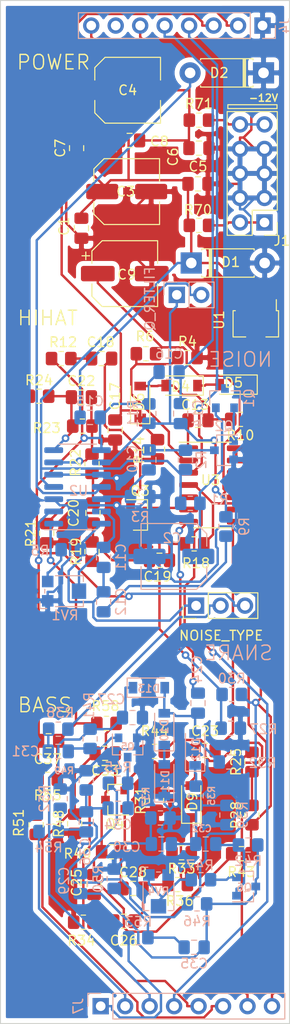
<source format=kicad_pcb>
(kicad_pcb (version 20171130) (host pcbnew 5.1.8-1.fc31)
  (layers (0 F.Cu signal hide) (31 B.Cu signal hide) (34 B.Paste user) (35 F.Paste user hide) (36 B.SilkS user) (37 F.SilkS user hide) (38 B.Mask user) (39 F.Mask user hide) (44 Edge.Cuts user))
  (net 0 "")
  (net 1 GND)
  (net 2 +12V)
  (net 3 "Net-(C2-Pad1)")
  (net 4 -12V)
  (net 5 +5V)
  (net 6 "Net-(C10-Pad2)")
  (net 7 "Net-(C10-Pad1)")
  (net 8 "Net-(C11-Pad2)")
  (net 9 NOISE)
  (net 10 "Net-(C12-Pad1)")
  (net 11 "Net-(C13-Pad1)")
  (net 12 "Net-(C14-Pad2)")
  (net 13 NOISE_CUTOFF_BACK)
  (net 14 "Net-(C15-Pad2)")
  (net 15 FILTERED_NOISE)
  (net 16 HH_DECAY_BACK)
  (net 17 "Net-(C18-Pad1)")
  (net 18 "Net-(C18-Pad2)")
  (net 19 "Net-(C19-Pad1)")
  (net 20 "Net-(C19-Pad2)")
  (net 21 "Net-(C20-Pad1)")
  (net 22 "Net-(C22-Pad2)")
  (net 23 "Net-(C22-Pad1)")
  (net 24 "Net-(D4-Pad1)")
  (net 25 HH_OUT_BACK)
  (net 26 "Net-(Q1-Pad1)")
  (net 27 "Net-(R4-Pad1)")
  (net 28 "Net-(R5-Pad2)")
  (net 29 "Net-(C23-Pad2)")
  (net 30 "Net-(C23-Pad1)")
  (net 31 "Net-(C24-Pad1)")
  (net 32 "Net-(C24-Pad2)")
  (net 33 "Net-(C25-Pad1)")
  (net 34 "Net-(C25-Pad2)")
  (net 35 "Net-(C26-Pad1)")
  (net 36 SNARE_DECAY_BACK)
  (net 37 "Net-(C28-Pad1)")
  (net 38 "Net-(C29-Pad1)")
  (net 39 "Net-(C29-Pad2)")
  (net 40 "Net-(C30-Pad1)")
  (net 41 "Net-(C31-Pad1)")
  (net 42 "Net-(C31-Pad2)")
  (net 43 "Net-(C32-Pad1)")
  (net 44 BASS_LED_BACK)
  (net 45 "Net-(C34-Pad1)")
  (net 46 "Net-(C34-Pad2)")
  (net 47 "Net-(C35-Pad1)")
  (net 48 "Net-(C36-Pad1)")
  (net 49 "Net-(C37-Pad1)")
  (net 50 "Net-(C37-Pad2)")
  (net 51 "Net-(D9-Pad1)")
  (net 52 "Net-(D10-Pad1)")
  (net 53 "Net-(D12-Pad1)")
  (net 54 SNARE_BODY_BACK)
  (net 55 SNARE_NOISE_BACK)
  (net 56 SNARE_TRIGGER_BACK)
  (net 57 BASS_OUT_BACK)
  (net 58 BASS_DECAY_BACK)
  (net 59 BASS_TRIG_BACK)
  (net 60 "Net-(JP2-Pad2)")
  (net 61 "Net-(Q4-Pad2)")
  (net 62 "Net-(Q6-Pad2)")
  (net 63 "Net-(R25-Pad1)")
  (net 64 "Net-(R27-Pad1)")
  (net 65 "Net-(R47-Pad1)")
  (net 66 "Net-(C13-Pad2)")
  (net 67 HH_TRIG_BACK)
  (net 68 "Net-(U3-Pad13)")
  (net 69 "Net-(J1-Pad1)")
  (net 70 "Net-(J1-Pad10)")
  (module Capacitor_SMD:C_0805_2012Metric_Pad1.18x1.45mm_HandSolder (layer F.Cu) (at 8.4 23.6 270)
    (fp_text reference C1 (at -0.2 1.8 90) (layer F.SilkS))
    (fp_text value 100nF)
    (pad 2 smd roundrect (at 1.0375 0 270) (size 1.175 1.45) (layers F.Cu F.Paste F.Mask) (roundrect_rratio 0.212766) (net 1 GND))
    (pad 1 smd roundrect (at -1.0375 0 270) (size 1.175 1.45) (layers F.Cu F.Paste F.Mask) (roundrect_rratio 0.212766) (net 2 +12V))
  )
  (module Capacitor_SMD:C_Elec_6.3x5.8 (layer B.Cu) (at 18 57.6 180)
    (fp_text reference C2 (at 0.2 1.9) (layer B.SilkS) (effects (justify mirror)))
    (fp_text value 10uF)
    (pad 1 smd roundrect (at -2.5375 0 180) (size 3.325 1.6) (layers B.Cu B.Paste B.Mask) (roundrect_rratio 0.15625) (net 3 "Net-(C2-Pad1)"))
    (pad 2 smd roundrect (at 2.5375 0 180) (size 3.325 1.6) (layers B.Cu B.Paste B.Mask) (roundrect_rratio 0.15625) (net 1 GND))
  )
  (module Capacitor_SMD:C_Elec_6.3x5.8 (layer F.Cu) (at 13.1 19.8)
    (fp_text reference C3 (at -0.1 0) (layer F.SilkS))
    (fp_text value 10uF)
    (pad 2 smd roundrect (at 2.5375 0) (size 3.325 1.6) (layers F.Cu F.Paste F.Mask) (roundrect_rratio 0.15625) (net 1 GND))
    (pad 1 smd roundrect (at -2.5375 0) (size 3.325 1.6) (layers F.Cu F.Paste F.Mask) (roundrect_rratio 0.15625) (net 2 +12V))
  )
  (module Capacitor_SMD:C_Elec_6.3x5.8 (layer F.Cu) (at 13.2 9.3)
    (fp_text reference C4 (at 0 0) (layer F.SilkS))
    (fp_text value 10uF)
    (pad 1 smd roundrect (at -2.5375 0) (size 3.325 1.6) (layers F.Cu F.Paste F.Mask) (roundrect_rratio 0.15625) (net 1 GND))
    (pad 2 smd roundrect (at 2.5375 0) (size 3.325 1.6) (layers F.Cu F.Paste F.Mask) (roundrect_rratio 0.15625) (net 4 -12V))
  )
  (module Capacitor_SMD:C_0805_2012Metric_Pad1.18x1.45mm_HandSolder (layer F.Cu) (at 20.5 19)
    (fp_text reference C5 (at 0 -1.8) (layer F.SilkS))
    (fp_text value 100nF)
    (pad 1 smd roundrect (at -1.0375 0) (size 1.175 1.45) (layers F.Cu F.Paste F.Mask) (roundrect_rratio 0.212766) (net 2 +12V))
    (pad 2 smd roundrect (at 1.0375 0) (size 1.175 1.45) (layers F.Cu F.Paste F.Mask) (roundrect_rratio 0.212766) (net 1 GND))
  )
  (module Capacitor_SMD:C_0805_2012Metric_Pad1.18x1.45mm_HandSolder (layer F.Cu) (at 20.6 15.3 180)
    (fp_text reference C6 (at 2.7 -0.9 90) (layer F.SilkS))
    (fp_text value 100nF)
    (pad 2 smd roundrect (at 1.0375 0 180) (size 1.175 1.45) (layers F.Cu F.Paste F.Mask) (roundrect_rratio 0.212766) (net 4 -12V))
    (pad 1 smd roundrect (at -1.0375 0 180) (size 1.175 1.45) (layers F.Cu F.Paste F.Mask) (roundrect_rratio 0.212766) (net 1 GND))
  )
  (module Capacitor_SMD:C_0805_2012Metric_Pad1.18x1.45mm_HandSolder (layer F.Cu) (at 7.9 15.3 90)
    (fp_text reference C7 (at 0 -1.7 90) (layer F.SilkS))
    (fp_text value 100nF)
    (pad 2 smd roundrect (at 1.0375 0 90) (size 1.175 1.45) (layers F.Cu F.Paste F.Mask) (roundrect_rratio 0.212766) (net 1 GND))
    (pad 1 smd roundrect (at -1.0375 0 90) (size 1.175 1.45) (layers F.Cu F.Paste F.Mask) (roundrect_rratio 0.212766) (net 2 +12V))
  )
  (module Capacitor_SMD:C_0805_2012Metric_Pad1.18x1.45mm_HandSolder (layer F.Cu) (at 13.4 14.5)
    (fp_text reference C8 (at 3.1 0.1) (layer F.SilkS))
    (fp_text value 100nF)
    (pad 2 smd roundrect (at 1.0375 0) (size 1.175 1.45) (layers F.Cu F.Paste F.Mask) (roundrect_rratio 0.212766) (net 4 -12V))
    (pad 1 smd roundrect (at -1.0375 0) (size 1.175 1.45) (layers F.Cu F.Paste F.Mask) (roundrect_rratio 0.212766) (net 1 GND))
  )
  (module Capacitor_SMD:CP_Elec_6.3x5.9 (layer F.Cu) (at 12.9 28.3)
    (fp_text reference C9 (at 0.2 0.1) (layer F.SilkS))
    (fp_text value 47uF)
    (pad 1 smd roundrect (at -2.8 0) (size 3.5 1.6) (layers F.Cu F.Paste F.Mask) (roundrect_rratio 0.15625) (net 5 +5V))
    (pad 2 smd roundrect (at 2.8 0) (size 3.5 1.6) (layers F.Cu F.Paste F.Mask) (roundrect_rratio 0.15625) (net 1 GND))
  )
  (module Capacitor_SMD:C_0805_2012Metric_Pad1.18x1.45mm_HandSolder (layer B.Cu) (at 15.4 47.6 90)
    (fp_text reference C10 (at 0.1 -1.7 270) (layer B.SilkS) (effects (justify mirror)))
    (fp_text value 220nF)
    (pad 1 smd roundrect (at -1.0375 0 90) (size 1.175 1.45) (layers B.Cu B.Paste B.Mask) (roundrect_rratio 0.212766) (net 7 "Net-(C10-Pad1)"))
    (pad 2 smd roundrect (at 1.0375 0 90) (size 1.175 1.45) (layers B.Cu B.Paste B.Mask) (roundrect_rratio 0.212766) (net 6 "Net-(C10-Pad2)"))
  )
  (module Capacitor_SMD:C_0805_2012Metric_Pad1.18x1.45mm_HandSolder (layer B.Cu) (at 10.7 57.7 90)
    (fp_text reference C11 (at 0 1.8 270) (layer B.SilkS) (effects (justify mirror)))
    (fp_text value 22pF)
    (pad 2 smd roundrect (at 1.0375 0 90) (size 1.175 1.45) (layers B.Cu B.Paste B.Mask) (roundrect_rratio 0.212766) (net 8 "Net-(C11-Pad2)"))
    (pad 1 smd roundrect (at -1.0375 0 90) (size 1.175 1.45) (layers B.Cu B.Paste B.Mask) (roundrect_rratio 0.212766) (net 9 NOISE))
  )
  (module Capacitor_SMD:C_0805_2012Metric_Pad1.18x1.45mm_HandSolder (layer B.Cu) (at 10.7 62.3 90)
    (fp_text reference C12 (at 0 1.8 270) (layer B.SilkS) (effects (justify mirror)))
    (fp_text value 100nF)
    (pad 1 smd roundrect (at -1.0375 0 90) (size 1.175 1.45) (layers B.Cu B.Paste B.Mask) (roundrect_rratio 0.212766) (net 10 "Net-(C12-Pad1)"))
    (pad 2 smd roundrect (at 1.0375 0 90) (size 1.175 1.45) (layers B.Cu B.Paste B.Mask) (roundrect_rratio 0.212766) (net 9 NOISE))
  )
  (module Capacitor_SMD:C_0805_2012Metric_Pad1.18x1.45mm_HandSolder (layer F.Cu) (at 20.5 43.5 180)
    (fp_text reference C13 (at 0.3 1.6) (layer F.SilkS))
    (fp_text value 10nF)
    (pad 1 smd roundrect (at -1.0375 0 180) (size 1.175 1.45) (layers F.Cu F.Paste F.Mask) (roundrect_rratio 0.212766) (net 11 "Net-(C13-Pad1)"))
    (pad 2 smd roundrect (at 1.0375 0 180) (size 1.175 1.45) (layers F.Cu F.Paste F.Mask) (roundrect_rratio 0.212766) (net 66 "Net-(C13-Pad2)"))
  )
  (module Capacitor_SMD:C_0805_2012Metric_Pad1.18x1.45mm_HandSolder (layer B.Cu) (at 18.7 42.8 270)
    (fp_text reference C14 (at 0 -1.8 270) (layer B.SilkS) (effects (justify mirror)))
    (fp_text value 3.3nF)
    (pad 2 smd roundrect (at 1.0375 0 270) (size 1.175 1.45) (layers B.Cu B.Paste B.Mask) (roundrect_rratio 0.212766) (net 12 "Net-(C14-Pad2)"))
    (pad 1 smd roundrect (at -1.0375 0 270) (size 1.175 1.45) (layers B.Cu B.Paste B.Mask) (roundrect_rratio 0.212766) (net 13 NOISE_CUTOFF_BACK))
  )
  (module Capacitor_SMD:C_0805_2012Metric_Pad1.18x1.45mm_HandSolder (layer B.Cu) (at 9.3 43.2 180)
    (fp_text reference C15 (at 0 1.68) (layer B.SilkS) (effects (justify mirror)))
    (fp_text value 3.3nF)
    (pad 2 smd roundrect (at 1.0375 0 180) (size 1.175 1.45) (layers B.Cu B.Paste B.Mask) (roundrect_rratio 0.212766) (net 14 "Net-(C15-Pad2)"))
    (pad 1 smd roundrect (at -1.0375 0 180) (size 1.175 1.45) (layers B.Cu B.Paste B.Mask) (roundrect_rratio 0.212766) (net 15 FILTERED_NOISE))
  )
  (module Capacitor_SMD:C_0805_2012Metric_Pad1.18x1.45mm_HandSolder (layer B.Cu) (at 17.5 38.5)
    (fp_text reference C16 (at 0 -1.9) (layer B.SilkS) (effects (justify mirror)))
    (fp_text value 3.3nF)
    (pad 1 smd roundrect (at -1.0375 0) (size 1.175 1.45) (layers B.Cu B.Paste B.Mask) (roundrect_rratio 0.212766) (net 15 FILTERED_NOISE))
    (pad 2 smd roundrect (at 1.0375 0) (size 1.175 1.45) (layers B.Cu B.Paste B.Mask) (roundrect_rratio 0.212766) (net 13 NOISE_CUTOFF_BACK))
  )
  (module Capacitor_SMD:C_0805_2012Metric_Pad1.18x1.45mm_HandSolder (layer F.Cu) (at 11.9 44.5 90)
    (fp_text reference C17 (at 3.5 0 90) (layer F.SilkS))
    (fp_text value 4.7nF)
    (pad 2 smd roundrect (at 1.0375 0 90) (size 1.175 1.45) (layers F.Cu F.Paste F.Mask) (roundrect_rratio 0.212766) (net 16 HH_DECAY_BACK))
    (pad 1 smd roundrect (at -1.0375 0 90) (size 1.175 1.45) (layers F.Cu F.Paste F.Mask) (roundrect_rratio 0.212766) (net 1 GND))
  )
  (module Capacitor_SMD:C_0805_2012Metric_Pad1.18x1.45mm_HandSolder (layer F.Cu) (at 10.5 37.1 180)
    (fp_text reference C18 (at 0.1 1.7) (layer F.SilkS))
    (fp_text value 1nF)
    (pad 1 smd roundrect (at -1.0375 0 180) (size 1.175 1.45) (layers F.Cu F.Paste F.Mask) (roundrect_rratio 0.212766) (net 17 "Net-(C18-Pad1)"))
    (pad 2 smd roundrect (at 1.0375 0 180) (size 1.175 1.45) (layers F.Cu F.Paste F.Mask) (roundrect_rratio 0.212766) (net 18 "Net-(C18-Pad2)"))
  )
  (module Capacitor_SMD:C_0805_2012Metric_Pad1.18x1.45mm_HandSolder (layer F.Cu) (at 16.5 58)
    (fp_text reference C19 (at -0.2 1.7) (layer F.SilkS))
    (fp_text value 1nF)
    (pad 1 smd roundrect (at -1.0375 0) (size 1.175 1.45) (layers F.Cu F.Paste F.Mask) (roundrect_rratio 0.212766) (net 19 "Net-(C19-Pad1)"))
    (pad 2 smd roundrect (at 1.0375 0) (size 1.175 1.45) (layers F.Cu F.Paste F.Mask) (roundrect_rratio 0.212766) (net 20 "Net-(C19-Pad2)"))
  )
  (module Capacitor_SMD:C_0805_2012Metric_Pad1.18x1.45mm_HandSolder (layer F.Cu) (at 9.6 53.1 270)
    (fp_text reference C20 (at 0 2 90) (layer F.SilkS))
    (fp_text value 1nF)
    (pad 2 smd roundrect (at 1.0375 0 270) (size 1.175 1.45) (layers F.Cu F.Paste F.Mask) (roundrect_rratio 0.212766) (net 19 "Net-(C19-Pad1)"))
    (pad 1 smd roundrect (at -1.0375 0 270) (size 1.175 1.45) (layers F.Cu F.Paste F.Mask) (roundrect_rratio 0.212766) (net 21 "Net-(C20-Pad1)"))
  )
  (module Capacitor_SMD:C_0805_2012Metric_Pad1.18x1.45mm_HandSolder (layer F.Cu) (at 8.4 41.1)
    (fp_text reference C22 (at 0 -1.68) (layer F.SilkS))
    (fp_text value 22pF)
    (pad 1 smd roundrect (at -1.0375 0) (size 1.175 1.45) (layers F.Cu F.Paste F.Mask) (roundrect_rratio 0.212766) (net 23 "Net-(C22-Pad1)"))
    (pad 2 smd roundrect (at 1.0375 0) (size 1.175 1.45) (layers F.Cu F.Paste F.Mask) (roundrect_rratio 0.212766) (net 22 "Net-(C22-Pad2)"))
  )
  (module Capacitor_SMD:C_0805_2012Metric_Pad1.18x1.45mm_HandSolder (layer F.Cu) (at 21.2375 77.7)
    (fp_text reference C23 (at 0 -2) (layer F.SilkS))
    (fp_text value 10nF)
    (pad 2 smd roundrect (at 1.0375 0) (size 1.175 1.45) (layers F.Cu F.Paste F.Mask) (roundrect_rratio 0.212766) (net 29 "Net-(C23-Pad2)"))
    (pad 1 smd roundrect (at -1.0375 0) (size 1.175 1.45) (layers F.Cu F.Paste F.Mask) (roundrect_rratio 0.212766) (net 30 "Net-(C23-Pad1)"))
  )
  (module Capacitor_SMD:C_0805_2012Metric_Pad1.18x1.45mm_HandSolder (layer B.Cu) (at 20.5 72.8 90)
    (fp_text reference C24 (at 3.5 -0.1 270) (layer B.SilkS) (effects (justify mirror)))
    (fp_text value 10nF)
    (pad 1 smd roundrect (at -1.0375 0 90) (size 1.175 1.45) (layers B.Cu B.Paste B.Mask) (roundrect_rratio 0.212766) (net 31 "Net-(C24-Pad1)"))
    (pad 2 smd roundrect (at 1.0375 0 90) (size 1.175 1.45) (layers B.Cu B.Paste B.Mask) (roundrect_rratio 0.212766) (net 32 "Net-(C24-Pad2)"))
  )
  (module Capacitor_SMD:C_0805_2012Metric_Pad1.18x1.45mm_HandSolder (layer F.Cu) (at 9.7 91.6 270)
    (fp_text reference C25 (at -0.2 1.8 90) (layer F.SilkS))
    (fp_text value 100nF)
    (pad 2 smd roundrect (at 1.0375 0 270) (size 1.175 1.45) (layers F.Cu F.Paste F.Mask) (roundrect_rratio 0.212766) (net 34 "Net-(C25-Pad2)"))
    (pad 1 smd roundrect (at -1.0375 0 270) (size 1.175 1.45) (layers F.Cu F.Paste F.Mask) (roundrect_rratio 0.212766) (net 33 "Net-(C25-Pad1)"))
  )
  (module Capacitor_SMD:C_0805_2012Metric_Pad1.18x1.45mm_HandSolder (layer F.Cu) (at 12.8 95.4 180)
    (fp_text reference C26 (at 0 -2) (layer F.SilkS))
    (fp_text value 100nF)
    (pad 1 smd roundrect (at -1.0375 0 180) (size 1.175 1.45) (layers F.Cu F.Paste F.Mask) (roundrect_rratio 0.212766) (net 35 "Net-(C26-Pad1)"))
    (pad 2 smd roundrect (at 1.0375 0 180) (size 1.175 1.45) (layers F.Cu F.Paste F.Mask) (roundrect_rratio 0.212766) (net 34 "Net-(C25-Pad2)"))
  )
  (module Capacitor_SMD:C_0805_2012Metric_Pad1.18x1.45mm_HandSolder (layer B.Cu) (at 13.7 74.3 180)
    (fp_text reference C27 (at 2.2 1.9) (layer B.SilkS) (effects (justify mirror)))
    (fp_text value 10nF)
    (pad 1 smd roundrect (at -1.0375 0 180) (size 1.175 1.45) (layers B.Cu B.Paste B.Mask) (roundrect_rratio 0.212766) (net 1 GND))
    (pad 2 smd roundrect (at 1.0375 0 180) (size 1.175 1.45) (layers B.Cu B.Paste B.Mask) (roundrect_rratio 0.212766) (net 36 SNARE_DECAY_BACK))
  )
  (module Capacitor_SMD:C_0805_2012Metric_Pad1.18x1.45mm_HandSolder (layer F.Cu) (at 13.7625 92)
    (fp_text reference C28 (at 0 -1.68) (layer F.SilkS))
    (fp_text value 100nF)
    (pad 2 smd roundrect (at 1.0375 0) (size 1.175 1.45) (layers F.Cu F.Paste F.Mask) (roundrect_rratio 0.212766) (net 35 "Net-(C26-Pad1)"))
    (pad 1 smd roundrect (at -1.0375 0) (size 1.175 1.45) (layers F.Cu F.Paste F.Mask) (roundrect_rratio 0.212766) (net 37 "Net-(C28-Pad1)"))
  )
  (module Capacitor_SMD:C_0805_2012Metric_Pad1.18x1.45mm_HandSolder (layer B.Cu) (at 8.3 91.5 90)
    (fp_text reference C29 (at 0.3 -1.7 270) (layer B.SilkS) (effects (justify mirror)))
    (fp_text value 18nF)
    (pad 2 smd roundrect (at 1.0375 0 90) (size 1.175 1.45) (layers B.Cu B.Paste B.Mask) (roundrect_rratio 0.212766) (net 39 "Net-(C29-Pad2)"))
    (pad 1 smd roundrect (at -1.0375 0 90) (size 1.175 1.45) (layers B.Cu B.Paste B.Mask) (roundrect_rratio 0.212766) (net 38 "Net-(C29-Pad1)"))
  )
  (module Capacitor_SMD:C_0805_2012Metric_Pad1.18x1.45mm_HandSolder (layer B.Cu) (at 16.7 87.4 180)
    (fp_text reference C30 (at 3.6 -0.3) (layer B.SilkS) (effects (justify mirror)))
    (fp_text value 18nF)
    (pad 2 smd roundrect (at 1.0375 0 180) (size 1.175 1.45) (layers B.Cu B.Paste B.Mask) (roundrect_rratio 0.212766) (net 39 "Net-(C29-Pad2)"))
    (pad 1 smd roundrect (at -1.0375 0 180) (size 1.175 1.45) (layers B.Cu B.Paste B.Mask) (roundrect_rratio 0.212766) (net 40 "Net-(C30-Pad1)"))
  )
  (module Capacitor_SMD:C_0805_2012Metric_Pad1.18x1.45mm_HandSolder (layer B.Cu) (at 6 77.8 180)
    (fp_text reference C31 (at 3.4 0) (layer B.SilkS) (effects (justify mirror)))
    (fp_text value 4.7nF)
    (pad 2 smd roundrect (at 1.0375 0 180) (size 1.175 1.45) (layers B.Cu B.Paste B.Mask) (roundrect_rratio 0.212766) (net 42 "Net-(C31-Pad2)"))
    (pad 1 smd roundrect (at -1.0375 0 180) (size 1.175 1.45) (layers B.Cu B.Paste B.Mask) (roundrect_rratio 0.212766) (net 41 "Net-(C31-Pad1)"))
  )
  (module Capacitor_SMD:C_0805_2012Metric_Pad1.18x1.45mm_HandSolder (layer B.Cu) (at 21.3 87.4 180)
    (fp_text reference C32 (at 0.4 1.6) (layer B.SilkS) (effects (font (size 0.7 0.7)) (justify mirror)))
    (fp_text value 18nF)
    (pad 1 smd roundrect (at -1.0375 0 180) (size 1.175 1.45) (layers B.Cu B.Paste B.Mask) (roundrect_rratio 0.212766) (net 43 "Net-(C32-Pad1)"))
    (pad 2 smd roundrect (at 1.0375 0 180) (size 1.175 1.45) (layers B.Cu B.Paste B.Mask) (roundrect_rratio 0.212766) (net 40 "Net-(C30-Pad1)"))
  )
  (module Capacitor_SMD:C_0805_2012Metric_Pad1.18x1.45mm_HandSolder (layer F.Cu) (at 10.8625 78)
    (fp_text reference C33 (at 0 1.8) (layer F.SilkS))
    (fp_text value 100nF)
    (pad 2 smd roundrect (at 1.0375 0) (size 1.175 1.45) (layers F.Cu F.Paste F.Mask) (roundrect_rratio 0.212766) (net 33 "Net-(C25-Pad1)"))
    (pad 1 smd roundrect (at -1.0375 0) (size 1.175 1.45) (layers F.Cu F.Paste F.Mask) (roundrect_rratio 0.212766) (net 44 BASS_LED_BACK))
  )
  (module Capacitor_SMD:C_0805_2012Metric_Pad1.18x1.45mm_HandSolder (layer B.Cu) (at 12.2 83.7)
    (fp_text reference C34 (at 0 1.68) (layer B.SilkS) (effects (justify mirror)))
    (fp_text value 27nF)
    (pad 1 smd roundrect (at -1.0375 0) (size 1.175 1.45) (layers B.Cu B.Paste B.Mask) (roundrect_rratio 0.212766) (net 45 "Net-(C34-Pad1)"))
    (pad 2 smd roundrect (at 1.0375 0) (size 1.175 1.45) (layers B.Cu B.Paste B.Mask) (roundrect_rratio 0.212766) (net 46 "Net-(C34-Pad2)"))
  )
  (module Capacitor_SMD:C_0805_2012Metric_Pad1.18x1.45mm_HandSolder (layer B.Cu) (at 20.1 98.1)
    (fp_text reference C35 (at 0 1.68) (layer B.SilkS) (effects (justify mirror)))
    (fp_text value 18nF)
    (pad 1 smd roundrect (at -1.0375 0) (size 1.175 1.45) (layers B.Cu B.Paste B.Mask) (roundrect_rratio 0.212766) (net 47 "Net-(C35-Pad1)"))
    (pad 2 smd roundrect (at 1.0375 0) (size 1.175 1.45) (layers B.Cu B.Paste B.Mask) (roundrect_rratio 0.212766) (net 38 "Net-(C29-Pad1)"))
  )
  (module Capacitor_SMD:C_0805_2012Metric_Pad1.18x1.45mm_HandSolder (layer B.Cu) (at 8.9 85.1 90)
    (fp_text reference C36 (at -3.1 -0.1 270) (layer B.SilkS) (effects (justify mirror)))
    (fp_text value 27nF)
    (pad 1 smd roundrect (at -1.0375 0 90) (size 1.175 1.45) (layers B.Cu B.Paste B.Mask) (roundrect_rratio 0.212766) (net 48 "Net-(C36-Pad1)"))
    (pad 2 smd roundrect (at 1.0375 0 90) (size 1.175 1.45) (layers B.Cu B.Paste B.Mask) (roundrect_rratio 0.212766) (net 45 "Net-(C34-Pad1)"))
  )
  (module Capacitor_SMD:C_0805_2012Metric_Pad1.18x1.45mm_HandSolder (layer F.Cu) (at 5 76.7 180)
    (fp_text reference C37 (at 0.1 -1.9) (layer F.SilkS))
    (fp_text value 22pF)
    (pad 1 smd roundrect (at -1.0375 0 180) (size 1.175 1.45) (layers F.Cu F.Paste F.Mask) (roundrect_rratio 0.212766) (net 49 "Net-(C37-Pad1)"))
    (pad 2 smd roundrect (at 1.0375 0 180) (size 1.175 1.45) (layers F.Cu F.Paste F.Mask) (roundrect_rratio 0.212766) (net 50 "Net-(C37-Pad2)"))
  )
  (module Diode_THT:D_DO-41_SOD81_P7.62mm_Horizontal (layer F.Cu) (at 19.8 27.2)
    (fp_text reference D1 (at 4.1 -0.1) (layer F.SilkS))
    (fp_text value 1N4001)
    (pad 1 thru_hole rect (at 0 0) (size 2.2 2.2) (drill 1.1) (layers *.Cu *.Mask) (net 2 +12V))
    (pad 2 thru_hole oval (at 7.62 0) (size 2.2 2.2) (drill 1.1) (layers *.Cu *.Mask) (net 1 GND))
  )
  (module Diode_THT:D_DO-41_SOD81_P7.62mm_Horizontal (layer F.Cu) (at 27.3 7.5 180)
    (fp_text reference D2 (at 4.6 0) (layer F.SilkS))
    (fp_text value 1N4001)
    (pad 2 thru_hole oval (at 7.62 0 180) (size 2.2 2.2) (drill 1.1) (layers *.Cu *.Mask) (net 4 -12V))
    (pad 1 thru_hole rect (at 0 0 180) (size 2.2 2.2) (drill 1.1) (layers *.Cu *.Mask) (net 1 GND))
  )
  (module Diode_SMD:D_SOD-123 (layer F.Cu) (at 18.8 39.9 180)
    (fp_text reference D4 (at 0.1 -0.1) (layer F.SilkS))
    (fp_text value 1N4148)
    (pad 2 smd rect (at 1.65 0 180) (size 0.9 1.2) (layers F.Cu F.Paste F.Mask) (net 11 "Net-(C13-Pad1)"))
    (pad 1 smd rect (at -1.65 0 180) (size 0.9 1.2) (layers F.Cu F.Paste F.Mask) (net 24 "Net-(D4-Pad1)"))
  )
  (module Diode_SMD:D_SOD-123 (layer F.Cu) (at 24.4 39.8 180)
    (fp_text reference D5 (at 0.2 0.2) (layer F.SilkS))
    (fp_text value 1N4148)
    (pad 1 smd rect (at -1.65 0 180) (size 0.9 1.2) (layers F.Cu F.Paste F.Mask) (net 1 GND))
    (pad 2 smd rect (at 1.65 0 180) (size 0.9 1.2) (layers F.Cu F.Paste F.Mask) (net 24 "Net-(D4-Pad1)"))
  )
  (module Diode_SMD:D_SOD-123 (layer F.Cu) (at 14.5 41.6 90)
    (fp_text reference D6 (at 0 -0.1 90) (layer F.SilkS))
    (fp_text value 1N4148)
    (pad 1 smd rect (at -1.65 0 90) (size 0.9 1.2) (layers F.Cu F.Paste F.Mask) (net 16 HH_DECAY_BACK))
    (pad 2 smd rect (at 1.65 0 90) (size 0.9 1.2) (layers F.Cu F.Paste F.Mask) (net 11 "Net-(C13-Pad1)"))
  )
  (module Diode_SMD:D_SOD-123 (layer F.Cu) (at 19.8 83 90)
    (fp_text reference D9 (at 0 0.1 90) (layer F.SilkS))
    (fp_text value 1N4148)
    (pad 1 smd rect (at -1.65 0 90) (size 0.9 1.2) (layers F.Cu F.Paste F.Mask) (net 51 "Net-(D9-Pad1)"))
    (pad 2 smd rect (at 1.65 0 90) (size 0.9 1.2) (layers F.Cu F.Paste F.Mask) (net 30 "Net-(C23-Pad1)"))
  )
  (module Diode_SMD:D_SOD-123 (layer B.Cu) (at 17 75.5 90)
    (fp_text reference D10 (at -0.1 0 270) (layer B.SilkS) (effects (font (size 0.8 0.8)) (justify mirror)))
    (fp_text value 1N4148)
    (pad 1 smd rect (at -1.65 0 90) (size 0.9 1.2) (layers B.Cu B.Paste B.Mask) (net 52 "Net-(D10-Pad1)"))
    (pad 2 smd rect (at 1.65 0 90) (size 0.9 1.2) (layers B.Cu B.Paste B.Mask) (net 31 "Net-(C24-Pad1)"))
  )
  (module Diode_SMD:D_SOD-123 (layer B.Cu) (at 17 80.8 90)
    (fp_text reference D11 (at -0.1 0.1 270) (layer B.SilkS) (effects (font (size 0.8 0.8)) (justify mirror)))
    (fp_text value 1N4148)
    (pad 2 smd rect (at 1.65 0 90) (size 0.9 1.2) (layers B.Cu B.Paste B.Mask) (net 52 "Net-(D10-Pad1)"))
    (pad 1 smd rect (at -1.65 0 90) (size 0.9 1.2) (layers B.Cu B.Paste B.Mask) (net 1 GND))
  )
  (module Diode_SMD:D_SOD-123 (layer B.Cu) (at 20.2 77.6 90)
    (fp_text reference D12 (at 0 0.1 270) (layer B.SilkS) (effects (font (size 0.8 0.8)) (justify mirror)))
    (fp_text value 1N4148)
    (pad 2 smd rect (at 1.65 0 90) (size 0.9 1.2) (layers B.Cu B.Paste B.Mask) (net 31 "Net-(C24-Pad1)"))
    (pad 1 smd rect (at -1.65 0 90) (size 0.9 1.2) (layers B.Cu B.Paste B.Mask) (net 53 "Net-(D12-Pad1)"))
  )
  (module Diode_SMD:D_SOD-123 (layer B.Cu) (at 15.4 71.2)
    (fp_text reference D13 (at 0 0.1) (layer B.SilkS) (effects (font (size 0.8 0.8)) (justify mirror)))
    (fp_text value 1N4148)
    (pad 1 smd rect (at -1.65 0) (size 0.9 1.2) (layers B.Cu B.Paste B.Mask) (net 36 SNARE_DECAY_BACK))
    (pad 2 smd rect (at 1.65 0) (size 0.9 1.2) (layers B.Cu B.Paste B.Mask) (net 31 "Net-(C24-Pad1)"))
  )
  (module Connector_PinHeader_2.54mm:PinHeader_2x05_P2.54mm_Vertical (layer F.Cu) (at 27.4 23 180)
    (fp_text reference J1 (at -1.8 -1.9) (layer F.SilkS))
    (fp_text value PWR)
    (pad 1 thru_hole rect (at 0 0 180) (size 1.7 1.7) (drill 1) (layers *.Cu *.Mask) (net 69 "Net-(J1-Pad1)"))
    (pad 2 thru_hole oval (at 2.54 0 180) (size 1.7 1.7) (drill 1) (layers *.Cu *.Mask) (net 69 "Net-(J1-Pad1)"))
    (pad 3 thru_hole oval (at 0 2.54 180) (size 1.7 1.7) (drill 1) (layers *.Cu *.Mask) (net 1 GND))
    (pad 4 thru_hole oval (at 2.54 2.54 180) (size 1.7 1.7) (drill 1) (layers *.Cu *.Mask) (net 1 GND))
    (pad 5 thru_hole oval (at 0 5.08 180) (size 1.7 1.7) (drill 1) (layers *.Cu *.Mask) (net 1 GND))
    (pad 6 thru_hole oval (at 2.54 5.08 180) (size 1.7 1.7) (drill 1) (layers *.Cu *.Mask) (net 1 GND))
    (pad 7 thru_hole oval (at 0 7.62 180) (size 1.7 1.7) (drill 1) (layers *.Cu *.Mask) (net 1 GND))
    (pad 8 thru_hole oval (at 2.54 7.62 180) (size 1.7 1.7) (drill 1) (layers *.Cu *.Mask) (net 1 GND))
    (pad 9 thru_hole oval (at 0 10.16 180) (size 1.7 1.7) (drill 1) (layers *.Cu *.Mask) (net 70 "Net-(J1-Pad10)"))
    (pad 10 thru_hole oval (at 2.54 10.16 180) (size 1.7 1.7) (drill 1) (layers *.Cu *.Mask) (net 70 "Net-(J1-Pad10)"))
  )
  (module Connector_PinHeader_2.54mm:PinHeader_1x08_P2.54mm_Vertical (layer B.Cu) (at 27.2 2.6 90)
    (fp_text reference J4 (at 0 2.33 -90) (layer B.SilkS) (effects (justify mirror)))
    (fp_text value Conn_01x08_Female)
    (pad 1 thru_hole rect (at 0 0 90) (size 1.7 1.7) (drill 1) (layers *.Cu *.Mask) (net 1 GND))
    (pad 2 thru_hole oval (at 0 -2.54 90) (size 1.7 1.7) (drill 1) (layers *.Cu *.Mask) (net 25 HH_OUT_BACK))
    (pad 3 thru_hole oval (at 0 -5.08 90) (size 1.7 1.7) (drill 1) (layers *.Cu *.Mask) (net 16 HH_DECAY_BACK))
    (pad 4 thru_hole oval (at 0 -7.62 90) (size 1.7 1.7) (drill 1) (layers *.Cu *.Mask) (net 67 HH_TRIG_BACK))
    (pad 5 thru_hole oval (at 0 -10.16 90) (size 1.7 1.7) (drill 1) (layers *.Cu *.Mask) (net 13 NOISE_CUTOFF_BACK))
    (pad 6 thru_hole oval (at 0 -12.7 90) (size 1.7 1.7) (drill 1) (layers *.Cu *.Mask) (net 4 -12V))
    (pad 7 thru_hole oval (at 0 -15.24 90) (size 1.7 1.7) (drill 1) (layers *.Cu *.Mask))
    (pad 8 thru_hole oval (at 0 -17.78 90) (size 1.7 1.7) (drill 1) (layers *.Cu *.Mask) (net 2 +12V))
  )
  (module Connector_PinHeader_2.54mm:PinHeader_1x08_P2.54mm_Vertical (layer B.Cu) (at 10.4 104.2 270)
    (fp_text reference J7 (at 0 2.33 270) (layer B.SilkS) (effects (justify mirror)))
    (fp_text value Conn_01x08_Male)
    (pad 8 thru_hole oval (at 0 -17.78 270) (size 1.7 1.7) (drill 1) (layers *.Cu *.Mask) (net 59 BASS_TRIG_BACK))
    (pad 7 thru_hole oval (at 0 -15.24 270) (size 1.7 1.7) (drill 1) (layers *.Cu *.Mask) (net 58 BASS_DECAY_BACK))
    (pad 6 thru_hole oval (at 0 -12.7 270) (size 1.7 1.7) (drill 1) (layers *.Cu *.Mask) (net 44 BASS_LED_BACK))
    (pad 5 thru_hole oval (at 0 -10.16 270) (size 1.7 1.7) (drill 1) (layers *.Cu *.Mask) (net 57 BASS_OUT_BACK))
    (pad 4 thru_hole oval (at 0 -7.62 270) (size 1.7 1.7) (drill 1) (layers *.Cu *.Mask) (net 56 SNARE_TRIGGER_BACK))
    (pad 3 thru_hole oval (at 0 -5.08 270) (size 1.7 1.7) (drill 1) (layers *.Cu *.Mask) (net 36 SNARE_DECAY_BACK))
    (pad 2 thru_hole oval (at 0 -2.54 270) (size 1.7 1.7) (drill 1) (layers *.Cu *.Mask) (net 55 SNARE_NOISE_BACK))
    (pad 1 thru_hole rect (at 0 0 270) (size 1.7 1.7) (drill 1) (layers *.Cu *.Mask) (net 54 SNARE_BODY_BACK))
  )
  (module Connector_PinHeader_2.54mm:PinHeader_1x02_P2.54mm_Vertical (layer B.Cu) (at 18.3 30.5 270)
    (fp_text reference FILTER_Q (at 0.4 2.8 270) (layer B.SilkS) (effects (justify mirror)))
    (fp_text value NOISE_FILTER_Q)
    (pad 1 thru_hole rect (at 0 0 270) (size 1.7 1.7) (drill 1) (layers *.Cu *.Mask) (net 12 "Net-(C14-Pad2)"))
    (pad 2 thru_hole oval (at 0 -2.54 270) (size 1.7 1.7) (drill 1) (layers *.Cu *.Mask) (net 14 "Net-(C15-Pad2)"))
  )
  (module Connector_PinHeader_2.54mm:PinHeader_1x03_P2.54mm_Vertical (layer F.Cu) (at 20.3 62.7 90)
    (fp_text reference NOISE_TYPE (at -3.1 2.6 180) (layer F.SilkS))
    (fp_text value NOISE_TYPE)
    (pad 1 thru_hole rect (at 0 0 90) (size 1.7 1.7) (drill 1) (layers *.Cu *.Mask) (net 9 NOISE))
    (pad 2 thru_hole oval (at 0 2.54 90) (size 1.7 1.7) (drill 1) (layers *.Cu *.Mask) (net 60 "Net-(JP2-Pad2)"))
    (pad 3 thru_hole oval (at 0 5.08 90) (size 1.7 1.7) (drill 1) (layers *.Cu *.Mask) (net 15 FILTERED_NOISE))
  )
  (module Package_TO_SOT_SMD:SOT-23 (layer B.Cu) (at 23.3 41.2 90)
    (fp_text reference Q1 (at 0 2.5 270) (layer B.SilkS) (effects (justify mirror)))
    (fp_text value MMBT3904)
    (pad 1 smd rect (at -1 0.95 90) (size 0.9 0.8) (layers B.Cu B.Paste B.Mask) (net 26 "Net-(Q1-Pad1)"))
    (pad 2 smd rect (at -1 -0.95 90) (size 0.9 0.8) (layers B.Cu B.Paste B.Mask) (net 3 "Net-(C2-Pad1)"))
    (pad 3 smd rect (at 1 0 90) (size 0.9 0.8) (layers B.Cu B.Paste B.Mask))
  )
  (module Package_TO_SOT_SMD:SOT-23 (layer B.Cu) (at 23.2 46.6 180)
    (fp_text reference Q2 (at 0 2.5) (layer B.SilkS) (effects (justify mirror)))
    (fp_text value MMBT3904)
    (pad 3 smd rect (at 1 0 180) (size 0.9 0.8) (layers B.Cu B.Paste B.Mask) (net 6 "Net-(C10-Pad2)"))
    (pad 2 smd rect (at -1 -0.95 180) (size 0.9 0.8) (layers B.Cu B.Paste B.Mask) (net 1 GND))
    (pad 1 smd rect (at -1 0.95 180) (size 0.9 0.8) (layers B.Cu B.Paste B.Mask) (net 26 "Net-(Q1-Pad1)"))
  )
  (module Package_TO_SOT_SMD:SOT-23 (layer F.Cu) (at 14.5 53.3)
    (fp_text reference Q3 (at 0 -2.5) (layer F.SilkS))
    (fp_text value MMBT3904)
    (pad 3 smd rect (at 1 0) (size 0.9 0.8) (layers F.Cu F.Paste F.Mask) (net 20 "Net-(C19-Pad2)"))
    (pad 2 smd rect (at -1 0.95) (size 0.9 0.8) (layers F.Cu F.Paste F.Mask) (net 1 GND))
    (pad 1 smd rect (at -1 -0.95) (size 0.9 0.8) (layers F.Cu F.Paste F.Mask) (net 17 "Net-(C18-Pad1)"))
  )
  (module Package_TO_SOT_SMD:SOT-23 (layer F.Cu) (at 11.9 82.8 180)
    (fp_text reference Q4 (at 0 -2.5) (layer F.SilkS))
    (fp_text value MMBT3904)
    (pad 1 smd rect (at -1 -0.95 180) (size 0.9 0.8) (layers F.Cu F.Paste F.Mask) (net 37 "Net-(C28-Pad1)"))
    (pad 2 smd rect (at -1 0.95 180) (size 0.9 0.8) (layers F.Cu F.Paste F.Mask) (net 61 "Net-(Q4-Pad2)"))
    (pad 3 smd rect (at 1 0 180) (size 0.9 0.8) (layers F.Cu F.Paste F.Mask) (net 33 "Net-(C25-Pad1)"))
  )
  (module Package_TO_SOT_SMD:SOT-23 (layer B.Cu) (at 13.2 77.4 270)
    (fp_text reference Q5 (at -0.1 0) (layer B.SilkS) (effects (font (size 0.7 0.7)) (justify mirror)))
    (fp_text value MMBT3904)
    (pad 1 smd rect (at -1 0.95 270) (size 0.9 0.8) (layers B.Cu B.Paste B.Mask) (net 41 "Net-(C31-Pad1)"))
    (pad 2 smd rect (at -1 -0.95 270) (size 0.9 0.8) (layers B.Cu B.Paste B.Mask) (net 1 GND))
    (pad 3 smd rect (at 1 0 270) (size 0.9 0.8) (layers B.Cu B.Paste B.Mask) (net 46 "Net-(C34-Pad2)"))
  )
  (module Package_TO_SOT_SMD:SOT-23 (layer B.Cu) (at 25.5 91.8)
    (fp_text reference Q6 (at -0.2 0.1) (layer B.SilkS) (effects (font (size 0.8 0.8)) (justify mirror)))
    (fp_text value MMBT3904)
    (pad 3 smd rect (at 1 0) (size 0.9 0.8) (layers B.Cu B.Paste B.Mask) (net 38 "Net-(C29-Pad1)"))
    (pad 2 smd rect (at -1 -0.95) (size 0.9 0.8) (layers B.Cu B.Paste B.Mask) (net 62 "Net-(Q6-Pad2)"))
    (pad 1 smd rect (at -1 0.95) (size 0.9 0.8) (layers B.Cu B.Paste B.Mask) (net 43 "Net-(C32-Pad1)"))
  )
  (module Resistor_SMD:R_0805_2012Metric_Pad1.20x1.40mm_HandSolder (layer B.Cu) (at 19.7 52.1)
    (fp_text reference R1 (at 3 -0.4) (layer B.SilkS) (effects (justify mirror)))
    (fp_text value 470K)
    (pad 1 smd roundrect (at -1 0) (size 1.2 1.4) (layers B.Cu B.Paste B.Mask) (roundrect_rratio 0.208333) (net 2 +12V))
    (pad 2 smd roundrect (at 1 0) (size 1.2 1.4) (layers B.Cu B.Paste B.Mask) (roundrect_rratio 0.208333) (net 3 "Net-(C2-Pad1)"))
  )
  (module Resistor_SMD:R_0805_2012Metric_Pad1.20x1.40mm_HandSolder (layer B.Cu) (at 19.2 47.6 90)
    (fp_text reference R2 (at 0 1.65 270) (layer B.SilkS) (effects (justify mirror)))
    (fp_text value 10K)
    (pad 2 smd roundrect (at 1 0 90) (size 1.2 1.4) (layers B.Cu B.Paste B.Mask) (roundrect_rratio 0.208333) (net 6 "Net-(C10-Pad2)"))
    (pad 1 smd roundrect (at -1 0 90) (size 1.2 1.4) (layers B.Cu B.Paste B.Mask) (roundrect_rratio 0.208333) (net 2 +12V))
  )
  (module Resistor_SMD:R_0805_2012Metric_Pad1.20x1.40mm_HandSolder (layer B.Cu) (at 14.5 51.4)
    (fp_text reference R3 (at 0 2.1) (layer B.SilkS) (effects (justify mirror)))
    (fp_text value 1M)
    (pad 1 smd roundrect (at -1 0) (size 1.2 1.4) (layers B.Cu B.Paste B.Mask) (roundrect_rratio 0.208333) (net 7 "Net-(C10-Pad1)"))
    (pad 2 smd roundrect (at 1 0) (size 1.2 1.4) (layers B.Cu B.Paste B.Mask) (roundrect_rratio 0.208333) (net 1 GND))
  )
  (module Resistor_SMD:R_0805_2012Metric_Pad1.20x1.40mm_HandSolder (layer F.Cu) (at 19.4 37)
    (fp_text reference R4 (at 0 -1.65) (layer F.SilkS))
    (fp_text value 100K)
    (pad 1 smd roundrect (at -1 0) (size 1.2 1.4) (layers F.Cu F.Paste F.Mask) (roundrect_rratio 0.208333) (net 27 "Net-(R4-Pad1)"))
    (pad 2 smd roundrect (at 1 0) (size 1.2 1.4) (layers F.Cu F.Paste F.Mask) (roundrect_rratio 0.208333) (net 1 GND))
  )
  (module Resistor_SMD:R_0805_2012Metric_Pad1.20x1.40mm_HandSolder (layer B.Cu) (at 7.3 56.9 180)
    (fp_text reference R5 (at 3.2 -0.1) (layer B.SilkS) (effects (justify mirror)))
    (fp_text value 100K)
    (pad 2 smd roundrect (at 1 0 180) (size 1.2 1.4) (layers B.Cu B.Paste B.Mask) (roundrect_rratio 0.208333) (net 28 "Net-(R5-Pad2)"))
    (pad 1 smd roundrect (at -1 0 180) (size 1.2 1.4) (layers B.Cu B.Paste B.Mask) (roundrect_rratio 0.208333) (net 9 NOISE))
  )
  (module Resistor_SMD:R_0805_2012Metric_Pad1.20x1.40mm_HandSolder (layer F.Cu) (at 15.1 36.6 180)
    (fp_text reference R6 (at 0.1 1.8) (layer F.SilkS))
    (fp_text value 100K)
    (pad 2 smd roundrect (at 1 0 180) (size 1.2 1.4) (layers F.Cu F.Paste F.Mask) (roundrect_rratio 0.208333) (net 27 "Net-(R4-Pad1)"))
    (pad 1 smd roundrect (at -1 0 180) (size 1.2 1.4) (layers F.Cu F.Paste F.Mask) (roundrect_rratio 0.208333) (net 5 +5V))
  )
  (module Resistor_SMD:R_0805_2012Metric_Pad1.20x1.40mm_HandSolder (layer B.Cu) (at 23.4 54.5 270)
    (fp_text reference R9 (at 0 -1.9 270) (layer B.SilkS) (effects (justify mirror)))
    (fp_text value 10K)
    (pad 1 smd roundrect (at -1 0 270) (size 1.2 1.4) (layers B.Cu B.Paste B.Mask) (roundrect_rratio 0.208333) (net 12 "Net-(C14-Pad2)"))
    (pad 2 smd roundrect (at 1 0 270) (size 1.2 1.4) (layers B.Cu B.Paste B.Mask) (roundrect_rratio 0.208333) (net 10 "Net-(C12-Pad1)"))
  )
  (module Resistor_SMD:R_0805_2012Metric_Pad1.20x1.40mm_HandSolder (layer F.Cu) (at 24.9 43.4 180)
    (fp_text reference R10 (at 0 -1.65) (layer F.SilkS))
    (fp_text value 22K)
    (pad 2 smd roundrect (at 1 0 180) (size 1.2 1.4) (layers F.Cu F.Paste F.Mask) (roundrect_rratio 0.208333) (net 11 "Net-(C13-Pad1)"))
    (pad 1 smd roundrect (at -1 0 180) (size 1.2 1.4) (layers F.Cu F.Paste F.Mask) (roundrect_rratio 0.208333) (net 1 GND))
  )
  (module Resistor_SMD:R_0805_2012Metric_Pad1.20x1.40mm_HandSolder (layer B.Cu) (at 15.4 42.8 270)
    (fp_text reference R11 (at 0 1.65 270) (layer B.SilkS) (effects (justify mirror)))
    (fp_text value 82K)
    (pad 1 smd roundrect (at -1 0 270) (size 1.2 1.4) (layers B.Cu B.Paste B.Mask) (roundrect_rratio 0.208333) (net 15 FILTERED_NOISE))
    (pad 2 smd roundrect (at 1 0 270) (size 1.2 1.4) (layers B.Cu B.Paste B.Mask) (roundrect_rratio 0.208333) (net 12 "Net-(C14-Pad2)"))
  )
  (module Resistor_SMD:R_0805_2012Metric_Pad1.20x1.40mm_HandSolder (layer F.Cu) (at 6.3 37.1)
    (fp_text reference R12 (at 0.2 -1.7) (layer F.SilkS))
    (fp_text value 1M)
    (pad 1 smd roundrect (at -1 0) (size 1.2 1.4) (layers F.Cu F.Paste F.Mask) (roundrect_rratio 0.208333) (net 15 FILTERED_NOISE))
    (pad 2 smd roundrect (at 1 0) (size 1.2 1.4) (layers F.Cu F.Paste F.Mask) (roundrect_rratio 0.208333) (net 18 "Net-(C18-Pad2)"))
  )
  (module Resistor_SMD:R_0805_2012Metric_Pad1.20x1.40mm_HandSolder (layer F.Cu) (at 16.3 46.5 270)
    (fp_text reference R14 (at 0.1 1.9 90) (layer F.SilkS))
    (fp_text value 1M)
    (pad 2 smd roundrect (at 1 0 270) (size 1.2 1.4) (layers F.Cu F.Paste F.Mask) (roundrect_rratio 0.208333) (net 17 "Net-(C18-Pad1)"))
    (pad 1 smd roundrect (at -1 0 270) (size 1.2 1.4) (layers F.Cu F.Paste F.Mask) (roundrect_rratio 0.208333) (net 16 HH_DECAY_BACK))
  )
  (module Resistor_SMD:R_0805_2012Metric_Pad1.20x1.40mm_HandSolder (layer F.Cu) (at 20.1 56.3)
    (fp_text reference R18 (at 0.2 2) (layer F.SilkS))
    (fp_text value 22K)
    (pad 2 smd roundrect (at 1 0) (size 1.2 1.4) (layers F.Cu F.Paste F.Mask) (roundrect_rratio 0.208333) (net 5 +5V))
    (pad 1 smd roundrect (at -1 0) (size 1.2 1.4) (layers F.Cu F.Paste F.Mask) (roundrect_rratio 0.208333) (net 20 "Net-(C19-Pad2)"))
  )
  (module Resistor_SMD:R_0805_2012Metric_Pad1.20x1.40mm_HandSolder (layer F.Cu) (at 9.5 57.1 90)
    (fp_text reference R19 (at 0 -1.65 90) (layer F.SilkS))
    (fp_text value 22K)
    (pad 2 smd roundrect (at 1 0 90) (size 1.2 1.4) (layers F.Cu F.Paste F.Mask) (roundrect_rratio 0.208333) (net 19 "Net-(C19-Pad1)"))
    (pad 1 smd roundrect (at -1 0 90) (size 1.2 1.4) (layers F.Cu F.Paste F.Mask) (roundrect_rratio 0.208333) (net 1 GND))
  )
  (module Resistor_SMD:R_0805_2012Metric_Pad1.20x1.40mm_HandSolder (layer F.Cu) (at 4.8 55.2 90)
    (fp_text reference R21 (at 0 -1.65 270) (layer F.SilkS))
    (fp_text value 22K)
    (pad 1 smd roundrect (at -1 0 90) (size 1.2 1.4) (layers F.Cu F.Paste F.Mask) (roundrect_rratio 0.208333) (net 1 GND))
    (pad 2 smd roundrect (at 1 0 90) (size 1.2 1.4) (layers F.Cu F.Paste F.Mask) (roundrect_rratio 0.208333) (net 21 "Net-(C20-Pad1)"))
  )
  (module Resistor_SMD:R_0805_2012Metric_Pad1.20x1.40mm_HandSolder (layer F.Cu) (at 9.5 48 270)
    (fp_text reference R22 (at -0.1 1.7 90) (layer F.SilkS))
    (fp_text value 10K)
    (pad 1 smd roundrect (at -1 0 270) (size 1.2 1.4) (layers F.Cu F.Paste F.Mask) (roundrect_rratio 0.208333) (net 22 "Net-(C22-Pad2)"))
    (pad 2 smd roundrect (at 1 0 270) (size 1.2 1.4) (layers F.Cu F.Paste F.Mask) (roundrect_rratio 0.208333) (net 21 "Net-(C20-Pad1)"))
  )
  (module Resistor_SMD:R_0805_2012Metric_Pad1.20x1.40mm_HandSolder (layer F.Cu) (at 8.5 44.1)
    (fp_text reference R23 (at -3.7 0.2) (layer F.SilkS))
    (fp_text value 100K)
    (pad 2 smd roundrect (at 1 0) (size 1.2 1.4) (layers F.Cu F.Paste F.Mask) (roundrect_rratio 0.208333) (net 22 "Net-(C22-Pad2)"))
    (pad 1 smd roundrect (at -1 0) (size 1.2 1.4) (layers F.Cu F.Paste F.Mask) (roundrect_rratio 0.208333) (net 23 "Net-(C22-Pad1)"))
  )
  (module Resistor_SMD:R_0805_2012Metric_Pad1.20x1.40mm_HandSolder (layer F.Cu) (at 4 41)
    (fp_text reference R24 (at 0 -1.65) (layer F.SilkS))
    (fp_text value 1K)
    (pad 2 smd roundrect (at 1 0) (size 1.2 1.4) (layers F.Cu F.Paste F.Mask) (roundrect_rratio 0.208333) (net 23 "Net-(C22-Pad1)"))
    (pad 1 smd roundrect (at -1 0) (size 1.2 1.4) (layers F.Cu F.Paste F.Mask) (roundrect_rratio 0.208333) (net 25 HH_OUT_BACK))
  )
  (module Resistor_SMD:R_0805_2012Metric_Pad1.20x1.40mm_HandSolder (layer F.Cu) (at 26.1 78.9 90)
    (fp_text reference R25 (at 0 -1.65 90) (layer F.SilkS))
    (fp_text value 10K)
    (pad 2 smd roundrect (at 1 0 90) (size 1.2 1.4) (layers F.Cu F.Paste F.Mask) (roundrect_rratio 0.208333) (net 1 GND))
    (pad 1 smd roundrect (at -1 0 90) (size 1.2 1.4) (layers F.Cu F.Paste F.Mask) (roundrect_rratio 0.208333) (net 63 "Net-(R25-Pad1)"))
  )
  (module Resistor_SMD:R_0805_2012Metric_Pad1.20x1.40mm_HandSolder (layer B.Cu) (at 23.9 75.4)
    (fp_text reference R27 (at 3.4 0.1) (layer B.SilkS) (effects (justify mirror)))
    (fp_text value 27K)
    (pad 2 smd roundrect (at 1 0) (size 1.2 1.4) (layers B.Cu B.Paste B.Mask) (roundrect_rratio 0.208333) (net 1 GND))
    (pad 1 smd roundrect (at -1 0) (size 1.2 1.4) (layers B.Cu B.Paste B.Mask) (roundrect_rratio 0.208333) (net 64 "Net-(R27-Pad1)"))
  )
  (module Resistor_SMD:R_0805_2012Metric_Pad1.20x1.40mm_HandSolder (layer F.Cu) (at 26.1 84.4 90)
    (fp_text reference R28 (at 0 -1.65 90) (layer F.SilkS))
    (fp_text value 100K)
    (pad 1 smd roundrect (at -1 0 90) (size 1.2 1.4) (layers F.Cu F.Paste F.Mask) (roundrect_rratio 0.208333) (net 5 +5V))
    (pad 2 smd roundrect (at 1 0 90) (size 1.2 1.4) (layers F.Cu F.Paste F.Mask) (roundrect_rratio 0.208333) (net 63 "Net-(R25-Pad1)"))
  )
  (module Resistor_SMD:R_0805_2012Metric_Pad1.20x1.40mm_HandSolder (layer B.Cu) (at 24 71.9 180)
    (fp_text reference R30 (at 0 1.65) (layer B.SilkS) (effects (justify mirror)))
    (fp_text value 10K)
    (pad 1 smd roundrect (at -1 0 180) (size 1.2 1.4) (layers B.Cu B.Paste B.Mask) (roundrect_rratio 0.208333) (net 5 +5V))
    (pad 2 smd roundrect (at 1 0 180) (size 1.2 1.4) (layers B.Cu B.Paste B.Mask) (roundrect_rratio 0.208333) (net 64 "Net-(R27-Pad1)"))
  )
  (module Resistor_SMD:R_0805_2012Metric_Pad1.20x1.40mm_HandSolder (layer F.Cu) (at 16.2 82.9 90)
    (fp_text reference R31 (at 0 -1.65 90) (layer F.SilkS))
    (fp_text value 22K)
    (pad 1 smd roundrect (at -1 0 90) (size 1.2 1.4) (layers F.Cu F.Paste F.Mask) (roundrect_rratio 0.208333) (net 1 GND))
    (pad 2 smd roundrect (at 1 0 90) (size 1.2 1.4) (layers F.Cu F.Paste F.Mask) (roundrect_rratio 0.208333) (net 30 "Net-(C23-Pad1)"))
  )
  (module Resistor_SMD:R_0805_2012Metric_Pad1.20x1.40mm_HandSolder (layer B.Cu) (at 23.7 78.9 180)
    (fp_text reference R32 (at -3.5 -0.1) (layer B.SilkS) (effects (justify mirror)))
    (fp_text value 22K)
    (pad 1 smd roundrect (at -1 0 180) (size 1.2 1.4) (layers B.Cu B.Paste B.Mask) (roundrect_rratio 0.208333) (net 1 GND))
    (pad 2 smd roundrect (at 1 0 180) (size 1.2 1.4) (layers B.Cu B.Paste B.Mask) (roundrect_rratio 0.208333) (net 31 "Net-(C24-Pad1)"))
  )
  (module Resistor_SMD:R_0805_2012Metric_Pad1.20x1.40mm_HandSolder (layer F.Cu) (at 18.8 88.3 180)
    (fp_text reference R33 (at 0 -1.65) (layer F.SilkS))
    (fp_text value 10K)
    (pad 1 smd roundrect (at -1 0 180) (size 1.2 1.4) (layers F.Cu F.Paste F.Mask) (roundrect_rratio 0.208333) (net 51 "Net-(D9-Pad1)"))
    (pad 2 smd roundrect (at 1 0 180) (size 1.2 1.4) (layers F.Cu F.Paste F.Mask) (roundrect_rratio 0.208333) (net 35 "Net-(C26-Pad1)"))
  )
  (module Resistor_SMD:R_0805_2012Metric_Pad1.20x1.40mm_HandSolder (layer F.Cu) (at 8.6 95.5)
    (fp_text reference R34 (at -0.2 1.9) (layer F.SilkS))
    (fp_text value 15K)
    (pad 2 smd roundrect (at 1 0) (size 1.2 1.4) (layers F.Cu F.Paste F.Mask) (roundrect_rratio 0.208333) (net 34 "Net-(C25-Pad2)"))
    (pad 1 smd roundrect (at -1 0) (size 1.2 1.4) (layers F.Cu F.Paste F.Mask) (roundrect_rratio 0.208333) (net 1 GND))
  )
  (module Resistor_SMD:R_0805_2012Metric_Pad1.20x1.40mm_HandSolder (layer B.Cu) (at 20.3 82.4 90)
    (fp_text reference R35 (at 0 1.6 270) (layer B.SilkS) (effects (font (size 0.7 0.7)) (justify mirror)))
    (fp_text value 680)
    (pad 1 smd roundrect (at -1 0 90) (size 1.2 1.4) (layers B.Cu B.Paste B.Mask) (roundrect_rratio 0.208333) (net 40 "Net-(C30-Pad1)"))
    (pad 2 smd roundrect (at 1 0 90) (size 1.2 1.4) (layers B.Cu B.Paste B.Mask) (roundrect_rratio 0.208333) (net 53 "Net-(D12-Pad1)"))
  )
  (module Resistor_SMD:R_0805_2012Metric_Pad1.20x1.40mm_HandSolder (layer F.Cu) (at 18.4 91.6 180)
    (fp_text reference R36 (at -0.2 -1.7) (layer F.SilkS))
    (fp_text value 15K)
    (pad 1 smd roundrect (at -1 0 180) (size 1.2 1.4) (layers F.Cu F.Paste F.Mask) (roundrect_rratio 0.208333) (net 1 GND))
    (pad 2 smd roundrect (at 1 0 180) (size 1.2 1.4) (layers F.Cu F.Paste F.Mask) (roundrect_rratio 0.208333) (net 35 "Net-(C26-Pad1)"))
  )
  (module Resistor_SMD:R_0805_2012Metric_Pad1.20x1.40mm_HandSolder (layer B.Cu) (at 16.6 84.7 180)
    (fp_text reference R37 (at 1.5 2.2 90) (layer B.SilkS) (effects (font (size 0.7 0.7)) (justify mirror)))
    (fp_text value 15K)
    (pad 2 smd roundrect (at 1 0 180) (size 1.2 1.4) (layers B.Cu B.Paste B.Mask) (roundrect_rratio 0.208333) (net 39 "Net-(C29-Pad2)"))
    (pad 1 smd roundrect (at -1 0 180) (size 1.2 1.4) (layers B.Cu B.Paste B.Mask) (roundrect_rratio 0.208333) (net 1 GND))
  )
  (module Resistor_SMD:R_0805_2012Metric_Pad1.20x1.40mm_HandSolder (layer B.Cu) (at 6 75.5)
    (fp_text reference R38 (at 0.2 -1.7) (layer B.SilkS) (effects (justify mirror)))
    (fp_text value 15K)
    (pad 1 smd roundrect (at -1 0) (size 1.2 1.4) (layers B.Cu B.Paste B.Mask) (roundrect_rratio 0.208333) (net 42 "Net-(C31-Pad2)"))
    (pad 2 smd roundrect (at 1 0) (size 1.2 1.4) (layers B.Cu B.Paste B.Mask) (roundrect_rratio 0.208333) (net 60 "Net-(JP2-Pad2)"))
  )
  (module Resistor_SMD:R_0805_2012Metric_Pad1.20x1.40mm_HandSolder (layer B.Cu) (at 23.5 84.4 90)
    (fp_text reference R39 (at 0 1.65 270) (layer B.SilkS) (effects (justify mirror)))
    (fp_text value 15K)
    (pad 1 smd roundrect (at -1 0 90) (size 1.2 1.4) (layers B.Cu B.Paste B.Mask) (roundrect_rratio 0.208333) (net 1 GND))
    (pad 2 smd roundrect (at 1 0 90) (size 1.2 1.4) (layers B.Cu B.Paste B.Mask) (roundrect_rratio 0.208333) (net 40 "Net-(C30-Pad1)"))
  )
  (module Resistor_SMD:R_0805_2012Metric_Pad1.20x1.40mm_HandSolder (layer F.Cu) (at 11.5 88.2 180)
    (fp_text reference R40 (at 3.5 -0.2) (layer F.SilkS))
    (fp_text value 470K)
    (pad 1 smd roundrect (at -1 0 180) (size 1.2 1.4) (layers F.Cu F.Paste F.Mask) (roundrect_rratio 0.208333) (net 37 "Net-(C28-Pad1)"))
    (pad 2 smd roundrect (at 1 0 180) (size 1.2 1.4) (layers F.Cu F.Paste F.Mask) (roundrect_rratio 0.208333) (net 33 "Net-(C25-Pad1)"))
  )
  (module Resistor_SMD:R_0805_2012Metric_Pad1.20x1.40mm_HandSolder (layer B.Cu) (at 9.3 76.5 90)
    (fp_text reference R41 (at 3.4 -0.1 270) (layer B.SilkS) (effects (justify mirror)))
    (fp_text value 1M)
    (pad 2 smd roundrect (at 1 0 90) (size 1.2 1.4) (layers B.Cu B.Paste B.Mask) (roundrect_rratio 0.208333) (net 36 SNARE_DECAY_BACK))
    (pad 1 smd roundrect (at -1 0 90) (size 1.2 1.4) (layers B.Cu B.Paste B.Mask) (roundrect_rratio 0.208333) (net 41 "Net-(C31-Pad1)"))
  )
  (module Resistor_SMD:R_0805_2012Metric_Pad1.20x1.40mm_HandSolder (layer B.Cu) (at 25.7 87.5)
    (fp_text reference R42 (at 0 1.65) (layer B.SilkS) (effects (justify mirror)))
    (fp_text value 470K)
    (pad 1 smd roundrect (at -1 0) (size 1.2 1.4) (layers B.Cu B.Paste B.Mask) (roundrect_rratio 0.208333) (net 43 "Net-(C32-Pad1)"))
    (pad 2 smd roundrect (at 1 0) (size 1.2 1.4) (layers B.Cu B.Paste B.Mask) (roundrect_rratio 0.208333) (net 38 "Net-(C29-Pad1)"))
  )
  (module Resistor_SMD:R_0805_2012Metric_Pad1.20x1.40mm_HandSolder (layer F.Cu) (at 25 88.4)
    (fp_text reference R43 (at 0 1.9) (layer F.SilkS))
    (fp_text value 22K)
    (pad 1 smd roundrect (at -1 0) (size 1.2 1.4) (layers F.Cu F.Paste F.Mask) (roundrect_rratio 0.208333) (net 33 "Net-(C25-Pad1)"))
    (pad 2 smd roundrect (at 1 0) (size 1.2 1.4) (layers F.Cu F.Paste F.Mask) (roundrect_rratio 0.208333) (net 5 +5V))
  )
  (module Resistor_SMD:R_0805_2012Metric_Pad1.20x1.40mm_HandSolder (layer F.Cu) (at 16 77.8 180)
    (fp_text reference R44 (at 0 2.1) (layer F.SilkS))
    (fp_text value 220)
    (pad 2 smd roundrect (at 1 0 180) (size 1.2 1.4) (layers F.Cu F.Paste F.Mask) (roundrect_rratio 0.208333) (net 61 "Net-(Q4-Pad2)"))
    (pad 1 smd roundrect (at -1 0 180) (size 1.2 1.4) (layers F.Cu F.Paste F.Mask) (roundrect_rratio 0.208333) (net 58 BASS_DECAY_BACK))
  )
  (module Resistor_SMD:R_0805_2012Metric_Pad1.20x1.40mm_HandSolder (layer B.Cu) (at 12.2 81.1 180)
    (fp_text reference R45 (at 0 1.65) (layer B.SilkS) (effects (justify mirror)))
    (fp_text value 22K)
    (pad 2 smd roundrect (at 1 0 180) (size 1.2 1.4) (layers B.Cu B.Paste B.Mask) (roundrect_rratio 0.208333) (net 5 +5V))
    (pad 1 smd roundrect (at -1 0 180) (size 1.2 1.4) (layers B.Cu B.Paste B.Mask) (roundrect_rratio 0.208333) (net 46 "Net-(C34-Pad2)"))
  )
  (module Resistor_SMD:R_0805_2012Metric_Pad1.20x1.40mm_HandSolder (layer B.Cu) (at 20.4 93.6 180)
    (fp_text reference R46 (at 0 -1.8) (layer B.SilkS) (effects (justify mirror)))
    (fp_text value 22K)
    (pad 1 smd roundrect (at -1 0 180) (size 1.2 1.4) (layers B.Cu B.Paste B.Mask) (roundrect_rratio 0.208333) (net 38 "Net-(C29-Pad1)"))
    (pad 2 smd roundrect (at 1 0 180) (size 1.2 1.4) (layers B.Cu B.Paste B.Mask) (roundrect_rratio 0.208333) (net 5 +5V))
  )
  (module Resistor_SMD:R_0805_2012Metric_Pad1.20x1.40mm_HandSolder (layer B.Cu) (at 20.8 91.1)
    (fp_text reference R47 (at -0.1 -1.5) (layer B.SilkS) (effects (justify mirror)))
    (fp_text value 220)
    (pad 2 smd roundrect (at 1 0) (size 1.2 1.4) (layers B.Cu B.Paste B.Mask) (roundrect_rratio 0.208333) (net 62 "Net-(Q6-Pad2)"))
    (pad 1 smd roundrect (at -1 0) (size 1.2 1.4) (layers B.Cu B.Paste B.Mask) (roundrect_rratio 0.208333) (net 65 "Net-(R47-Pad1)"))
  )
  (module Resistor_SMD:R_0805_2012Metric_Pad1.20x1.40mm_HandSolder (layer F.Cu) (at 7.7 85.3 90)
    (fp_text reference R48 (at 0 -1.65 90) (layer F.SilkS))
    (fp_text value 15K)
    (pad 2 smd roundrect (at 1 0 90) (size 1.2 1.4) (layers F.Cu F.Paste F.Mask) (roundrect_rratio 0.208333) (net 44 BASS_LED_BACK))
    (pad 1 smd roundrect (at -1 0 90) (size 1.2 1.4) (layers F.Cu F.Paste F.Mask) (roundrect_rratio 0.208333) (net 1 GND))
  )
  (module Resistor_SMD:R_0805_2012Metric_Pad1.20x1.40mm_HandSolder (layer B.Cu) (at 8.9 80.8 270)
    (fp_text reference R49 (at -1 2.3) (layer B.SilkS) (effects (font (size 0.7 0.7)) (justify mirror)))
    (fp_text value 27K)
    (pad 2 smd roundrect (at 1 0 270) (size 1.2 1.4) (layers B.Cu B.Paste B.Mask) (roundrect_rratio 0.208333) (net 45 "Net-(C34-Pad1)"))
    (pad 1 smd roundrect (at -1 0 270) (size 1.2 1.4) (layers B.Cu B.Paste B.Mask) (roundrect_rratio 0.208333) (net 1 GND))
  )
  (module Resistor_SMD:R_0805_2012Metric_Pad1.20x1.40mm_HandSolder (layer B.Cu) (at 11.8 91 270)
    (fp_text reference R50 (at 0 1.65 270) (layer B.SilkS) (effects (justify mirror)))
    (fp_text value 15K)
    (pad 1 smd roundrect (at -1 0 270) (size 1.2 1.4) (layers B.Cu B.Paste B.Mask) (roundrect_rratio 0.208333) (net 1 GND))
    (pad 2 smd roundrect (at 1 0 270) (size 1.2 1.4) (layers B.Cu B.Paste B.Mask) (roundrect_rratio 0.208333) (net 47 "Net-(C35-Pad1)"))
  )
  (module Resistor_SMD:R_0805_2012Metric_Pad1.20x1.40mm_HandSolder (layer F.Cu) (at 3.7 85.4 270)
    (fp_text reference R51 (at -0.2 1.8 90) (layer F.SilkS))
    (fp_text value 10K)
    (pad 2 smd roundrect (at 1 0 270) (size 1.2 1.4) (layers F.Cu F.Paste F.Mask) (roundrect_rratio 0.208333) (net 44 BASS_LED_BACK))
    (pad 1 smd roundrect (at -1 0 270) (size 1.2 1.4) (layers F.Cu F.Paste F.Mask) (roundrect_rratio 0.208333) (net 50 "Net-(C37-Pad2)"))
  )
  (module Resistor_SMD:R_0805_2012Metric_Pad1.20x1.40mm_HandSolder (layer B.Cu) (at 6.2 82.7 270)
    (fp_text reference R52 (at 0 1.65 270) (layer B.SilkS) (effects (justify mirror)))
    (fp_text value 27K)
    (pad 2 smd roundrect (at 1 0 270) (size 1.2 1.4) (layers B.Cu B.Paste B.Mask) (roundrect_rratio 0.208333) (net 48 "Net-(C36-Pad1)"))
    (pad 1 smd roundrect (at -1 0 270) (size 1.2 1.4) (layers B.Cu B.Paste B.Mask) (roundrect_rratio 0.208333) (net 1 GND))
  )
  (module Resistor_SMD:R_0805_2012Metric_Pad1.20x1.40mm_HandSolder (layer B.Cu) (at 14.3 97.1 180)
    (fp_text reference R53 (at 0 1.65) (layer B.SilkS) (effects (justify mirror)))
    (fp_text value 22K)
    (pad 2 smd roundrect (at 1 0 180) (size 1.2 1.4) (layers B.Cu B.Paste B.Mask) (roundrect_rratio 0.208333) (net 54 SNARE_BODY_BACK))
    (pad 1 smd roundrect (at -1 0 180) (size 1.2 1.4) (layers B.Cu B.Paste B.Mask) (roundrect_rratio 0.208333) (net 47 "Net-(C35-Pad1)"))
  )
  (module Resistor_SMD:R_0805_2012Metric_Pad1.20x1.40mm_HandSolder (layer B.Cu) (at 5 86.1)
    (fp_text reference R54 (at 0 1.65) (layer B.SilkS) (effects (justify mirror)))
    (fp_text value 220K)
    (pad 2 smd roundrect (at 1 0) (size 1.2 1.4) (layers B.Cu B.Paste B.Mask) (roundrect_rratio 0.208333) (net 48 "Net-(C36-Pad1)"))
    (pad 1 smd roundrect (at -1 0) (size 1.2 1.4) (layers B.Cu B.Paste B.Mask) (roundrect_rratio 0.208333) (net 55 SNARE_NOISE_BACK))
  )
  (module Resistor_SMD:R_0805_2012Metric_Pad1.20x1.40mm_HandSolder (layer F.Cu) (at 4.9 80.7 180)
    (fp_text reference R55 (at 0 -1.65) (layer F.SilkS))
    (fp_text value 15K)
    (pad 1 smd roundrect (at -1 0 180) (size 1.2 1.4) (layers F.Cu F.Paste F.Mask) (roundrect_rratio 0.208333) (net 49 "Net-(C37-Pad1)"))
    (pad 2 smd roundrect (at 1 0 180) (size 1.2 1.4) (layers F.Cu F.Paste F.Mask) (roundrect_rratio 0.208333) (net 50 "Net-(C37-Pad2)"))
  )
  (module Resistor_SMD:R_0805_2012Metric_Pad1.20x1.40mm_HandSolder (layer F.Cu) (at 11 74.9 180)
    (fp_text reference R58 (at 0.1 1.8) (layer F.SilkS))
    (fp_text value 1K)
    (pad 1 smd roundrect (at -1 0 180) (size 1.2 1.4) (layers F.Cu F.Paste F.Mask) (roundrect_rratio 0.208333) (net 57 BASS_OUT_BACK))
    (pad 2 smd roundrect (at 1 0 180) (size 1.2 1.4) (layers F.Cu F.Paste F.Mask) (roundrect_rratio 0.208333) (net 49 "Net-(C37-Pad1)"))
  )
  (module Resistor_SMD:R_0805_2012Metric_Pad1.20x1.40mm_HandSolder (layer F.Cu) (at 20.6 23.3)
    (fp_text reference R70 (at -0.1 -1.6) (layer F.SilkS))
    (fp_text value 10)
    (pad 2 smd roundrect (at 1 0) (size 1.2 1.4) (layers F.Cu F.Paste F.Mask) (roundrect_rratio 0.208333) (net 69 "Net-(J1-Pad1)"))
    (pad 1 smd roundrect (at -1 0) (size 1.2 1.4) (layers F.Cu F.Paste F.Mask) (roundrect_rratio 0.208333) (net 2 +12V))
  )
  (module Resistor_SMD:R_0805_2012Metric_Pad1.20x1.40mm_HandSolder (layer F.Cu) (at 20.6 12.4)
    (fp_text reference R71 (at 0 -1.7) (layer F.SilkS))
    (fp_text value 10)
    (pad 1 smd roundrect (at -1 0) (size 1.2 1.4) (layers F.Cu F.Paste F.Mask) (roundrect_rratio 0.208333) (net 4 -12V))
    (pad 2 smd roundrect (at 1 0) (size 1.2 1.4) (layers F.Cu F.Paste F.Mask) (roundrect_rratio 0.208333) (net 70 "Net-(J1-Pad10)"))
  )
  (module Potentiometer_SMD:Potentiometer_Bourns_TC33X_Vertical (layer B.Cu) (at 6.7 61.2)
    (fp_text reference RV1 (at 0 2.5) (layer B.SilkS) (effects (justify mirror)))
    (fp_text value 10K)
    (pad 1 smd rect (at -1.8 1) (size 1.2 1.2) (layers B.Cu B.Paste B.Mask) (net 1 GND))
    (pad 3 smd rect (at -1.8 -1) (size 1.2 1.2) (layers B.Cu B.Paste B.Mask) (net 28 "Net-(R5-Pad2)"))
    (pad 2 smd rect (at 1.45 0) (size 1.5 1.6) (layers B.Cu B.Paste B.Mask) (net 8 "Net-(C11-Pad2)"))
  )
  (module Potentiometer_SMD:Potentiometer_Bourns_TC33X_Vertical (layer B.Cu) (at 16.4 92.4 270)
    (fp_text reference RV4 (at -0.1 0) (layer B.SilkS) (effects (font (size 0.8 0.8)) (justify mirror)))
    (fp_text value 10K)
    (pad 2 smd rect (at 1.45 0 270) (size 1.5 1.6) (layers B.Cu B.Paste B.Mask) (net 65 "Net-(R47-Pad1)"))
    (pad 3 smd rect (at -1.8 -1 270) (size 1.2 1.2) (layers B.Cu B.Paste B.Mask) (net 1 GND))
    (pad 1 smd rect (at -1.8 1 270) (size 1.2 1.2) (layers B.Cu B.Paste B.Mask) (net 65 "Net-(R47-Pad1)"))
  )
  (module Package_TO_SOT_SMD:SOT-89-3_Handsoldering (layer F.Cu) (at 26.5 33.2 270)
    (fp_text reference U1 (at -0.1 3.8 90) (layer F.SilkS))
    (fp_text value 78L05)
    (pad 1 smd rect (at -2.15 -1.5 270) (size 2.3 0.9) (layers F.Cu F.Paste F.Mask) (net 5 +5V))
    (pad 3 smd rect (at -2.15 1.5 270) (size 2.3 0.9) (layers F.Cu F.Paste F.Mask) (net 2 +12V))
    (pad 2 smd custom (at -2.0625 0 270) (size 2.475 0.9) (layers F.Cu F.Paste F.Mask) (net 1 GND) (options (clearance outline) (anchor rect)) (primitives (gr_poly (pts (xy 1.2375 -0.8665) (xy 5.3625 -0.8665) (xy 5.3625 0.8665) (xy 1.2375 0.8665)) (width 0))))
  )
  (module Package_SO:SOIC-14_3.9x8.7mm_P1.27mm (layer B.Cu) (at 8 50.4)
    (fp_text reference U2 (at 0.1 0.4) (layer B.SilkS) (effects (justify mirror)))
    (fp_text value TL074)
    (pad 14 smd roundrect (at 2.475 3.81) (size 1.95 0.6) (layers B.Cu B.Paste B.Mask) (net 9 NOISE))
    (pad 13 smd roundrect (at 2.475 2.54) (size 1.95 0.6) (layers B.Cu B.Paste B.Mask) (net 8 "Net-(C11-Pad2)"))
    (pad 12 smd roundrect (at 2.475 1.27) (size 1.95 0.6) (layers B.Cu B.Paste B.Mask) (net 7 "Net-(C10-Pad1)"))
    (pad 11 smd roundrect (at 2.475 0) (size 1.95 0.6) (layers B.Cu B.Paste B.Mask) (net 4 -12V))
    (pad 10 smd roundrect (at 2.475 -1.27) (size 1.95 0.6) (layers B.Cu B.Paste B.Mask) (net 1 GND))
    (pad 9 smd roundrect (at 2.475 -2.54) (size 1.95 0.6) (layers B.Cu B.Paste B.Mask) (net 12 "Net-(C14-Pad2)"))
    (pad 8 smd roundrect (at 2.475 -3.81) (size 1.95 0.6) (layers B.Cu B.Paste B.Mask) (net 15 FILTERED_NOISE))
    (pad 7 smd roundrect (at -2.475 -3.81) (size 1.95 0.6) (layers B.Cu B.Paste B.Mask) (net 23 "Net-(C22-Pad1)"))
    (pad 6 smd roundrect (at -2.475 -2.54) (size 1.95 0.6) (layers B.Cu B.Paste B.Mask) (net 22 "Net-(C22-Pad2)"))
    (pad 5 smd roundrect (at -2.475 -1.27) (size 1.95 0.6) (layers B.Cu B.Paste B.Mask) (net 1 GND))
    (pad 4 smd roundrect (at -2.475 0) (size 1.95 0.6) (layers B.Cu B.Paste B.Mask) (net 2 +12V))
    (pad 3 smd roundrect (at -2.475 1.27) (size 1.95 0.6) (layers B.Cu B.Paste B.Mask) (net 1 GND))
    (pad 2 smd roundrect (at -2.475 2.54) (size 1.95 0.6) (layers B.Cu B.Paste B.Mask) (net 50 "Net-(C37-Pad2)"))
    (pad 1 smd roundrect (at -2.475 3.81) (size 1.95 0.6) (layers B.Cu B.Paste B.Mask) (net 49 "Net-(C37-Pad1)"))
  )
  (module Package_SO:SOIC-14_3.9x8.7mm_P1.27mm (layer F.Cu) (at 22 50.2)
    (fp_text reference U3 (at -0.2 -0.5) (layer F.SilkS))
    (fp_text value LM324)
    (pad 1 smd roundrect (at -2.475 -3.81) (size 1.95 0.6) (layers F.Cu F.Paste F.Mask) (net 66 "Net-(C13-Pad2)"))
    (pad 2 smd roundrect (at -2.475 -2.54) (size 1.95 0.6) (layers F.Cu F.Paste F.Mask) (net 27 "Net-(R4-Pad1)"))
    (pad 3 smd roundrect (at -2.475 -1.27) (size 1.95 0.6) (layers F.Cu F.Paste F.Mask) (net 67 HH_TRIG_BACK))
    (pad 4 smd roundrect (at -2.475 0) (size 1.95 0.6) (layers F.Cu F.Paste F.Mask) (net 5 +5V))
    (pad 5 smd roundrect (at -2.475 1.27) (size 1.95 0.6) (layers F.Cu F.Paste F.Mask) (net 56 SNARE_TRIGGER_BACK))
    (pad 6 smd roundrect (at -2.475 2.54) (size 1.95 0.6) (layers F.Cu F.Paste F.Mask) (net 64 "Net-(R27-Pad1)"))
    (pad 7 smd roundrect (at -2.475 3.81) (size 1.95 0.6) (layers F.Cu F.Paste F.Mask) (net 32 "Net-(C24-Pad2)"))
    (pad 8 smd roundrect (at 2.475 3.81) (size 1.95 0.6) (layers F.Cu F.Paste F.Mask) (net 29 "Net-(C23-Pad2)"))
    (pad 9 smd roundrect (at 2.475 2.54) (size 1.95 0.6) (layers F.Cu F.Paste F.Mask) (net 63 "Net-(R25-Pad1)"))
    (pad 10 smd roundrect (at 2.475 1.27) (size 1.95 0.6) (layers F.Cu F.Paste F.Mask) (net 59 BASS_TRIG_BACK))
    (pad 11 smd roundrect (at 2.475 0) (size 1.95 0.6) (layers F.Cu F.Paste F.Mask) (net 1 GND))
    (pad 12 smd roundrect (at 2.475 -1.27) (size 1.95 0.6) (layers F.Cu F.Paste F.Mask) (net 1 GND))
    (pad 13 smd roundrect (at 2.475 -2.54) (size 1.95 0.6) (layers F.Cu F.Paste F.Mask) (net 68 "Net-(U3-Pad13)"))
    (pad 14 smd roundrect (at 2.475 -3.81) (size 1.95 0.6) (layers F.Cu F.Paste F.Mask) (net 68 "Net-(U3-Pad13)"))
  )
  (gr_text -12V (at 27.3 10.1) (layer F.SilkS) (effects (font (size 0.75 0.75))))
  (gr_line (start 23.6 10.8) (end 23.6 11.2) (layer F.SilkS) (width 0.12))
  (gr_line (start 28.7 10.8) (end 23.6 10.8) (layer F.SilkS) (width 0.12))
  (gr_line (start 28.7 11.2) (end 28.7 10.8) (layer F.SilkS) (width 0.12))
  (gr_line (start 23.6 11.2) (end 28.7 11.2) (layer F.SilkS) (width 0.12))
  (gr_text POWER (at 5.5 6.4) (layer F.SilkS) (effects (font (size 1.5 1.5))))
  (gr_text HIHAT (at 4.9 32.9) (layer F.SilkS) (effects (font (size 1.5 1.5))))
  (gr_text BASS (at 4.6 73) (layer F.SilkS) (effects (font (size 1.5 1.5))))
  (gr_text SNARE (at 24.7 67.6) (layer B.SilkS) (effects (font (size 1.5 1.5)) (justify mirror)))
  (gr_text NOISE (at 24.9 37.2) (layer B.SilkS) (effects (font (size 1.5 1.5)) (justify mirror)))
  (gr_line (start 0 0) (end 30 0) (layer Edge.Cuts) (width 0.1))
  (gr_line (start 0 106) (end 30 106) (layer Edge.Cuts) (width 0.1))
  (gr_line (start 30 0) (end 30 106) (layer Edge.Cuts) (width 0.1))
  (gr_line (start 0 106) (end 0 0) (layer Edge.Cuts) (width 0.1))
  (segment (start 26.1 77.9) (end 25.8071 77.9) (width 0.25) (layer F.Cu) (net 1))
  (segment (start 25.8071 77.9) (end 20.4578 83.2493) (width 0.25) (layer F.Cu) (net 1))
  (segment (start 20.4578 83.2493) (end 18.1875 83.2493) (width 0.25) (layer F.Cu) (net 1))
  (segment (start 18.1875 83.2493) (end 18.176 83.2493) (width 0.25) (layer B.Cu) (net 1))
  (segment (start 18.176 83.2493) (end 17.6 83.8253) (width 0.25) (layer B.Cu) (net 1))
  (segment (start 22.6887 80.9113) (end 21.8496 81.7504) (width 0.25) (layer B.Cu) (net 1))
  (segment (start 21.8496 81.7504) (end 21.602 81.7504) (width 0.25) (layer B.Cu) (net 1))
  (segment (start 21.602 81.7504) (end 20.9524 82.4) (width 0.25) (layer B.Cu) (net 1))
  (segment (start 20.9524 82.4) (end 19.0368 82.4) (width 0.25) (layer B.Cu) (net 1))
  (segment (start 19.0368 82.4) (end 18.1875 83.2493) (width 0.25) (layer B.Cu) (net 1))
  (segment (start 18.1875 83.9) (end 16.2 83.9) (width 0.25) (layer F.Cu) (net 1))
  (segment (start 19.4 91.6) (end 18.7264 90.9264) (width 0.25) (layer F.Cu) (net 1))
  (segment (start 18.7264 90.9264) (end 18.7264 84.4389) (width 0.25) (layer F.Cu) (net 1))
  (segment (start 18.7264 84.4389) (end 18.1875 83.9) (width 0.25) (layer F.Cu) (net 1))
  (segment (start 18.1875 83.2493) (end 18.1875 83.9) (width 0.25) (layer F.Cu) (net 1))
  (segment (start 24.7 78.9) (end 24.9 78.7) (width 0.25) (layer B.Cu) (net 1))
  (segment (start 24.9 78.7) (end 24.9 75.4) (width 0.25) (layer B.Cu) (net 1))
  (segment (start 22.6887 80.9113) (end 24.7 78.9) (width 0.25) (layer B.Cu) (net 1))
  (segment (start 17.6 83.8253) (end 17 83.2253) (width 0.25) (layer B.Cu) (net 1))
  (segment (start 17.6 84.7) (end 17.6 83.8253) (width 0.25) (layer B.Cu) (net 1))
  (segment (start 17 82.45) (end 17 83.2253) (width 0.25) (layer B.Cu) (net 1))
  (segment (start 16.7875 89.0622) (end 16.7875 85.5125) (width 0.25) (layer B.Cu) (net 1))
  (segment (start 16.7875 85.5125) (end 17.6 84.7) (width 0.25) (layer B.Cu) (net 1))
  (segment (start 17 82.45) (end 17 81.6747) (width 0.25) (layer B.Cu) (net 1))
  (segment (start 14.15 77.5781) (end 14.15 78.8247) (width 0.25) (layer B.Cu) (net 1))
  (segment (start 14.15 78.8247) (end 17 81.6747) (width 0.25) (layer B.Cu) (net 1))
  (segment (start 14.15 76.4) (end 14.15 77.5781) (width 0.25) (layer B.Cu) (net 1))
  (segment (start 14.15 77.5781) (end 11.1219 77.5781) (width 0.25) (layer B.Cu) (net 1))
  (segment (start 11.1219 77.5781) (end 8.9 79.8) (width 0.25) (layer B.Cu) (net 1))
  (segment (start 4.9 61.2747) (end 5.5072 61.2747) (width 0.25) (layer B.Cu) (net 1))
  (segment (start 5.5072 61.2747) (end 6.3851 60.3968) (width 0.25) (layer B.Cu) (net 1))
  (segment (start 6.3851 60.3968) (end 6.3851 58.6188) (width 0.25) (layer B.Cu) (net 1))
  (segment (start 6.3851 58.6188) (end 7.2287 57.7752) (width 0.25) (layer B.Cu) (net 1))
  (segment (start 7.2287 57.7752) (end 7.2287 52.305) (width 0.25) (layer B.Cu) (net 1))
  (segment (start 26.05 39.8) (end 26.05 40.7253) (width 0.25) (layer F.Cu) (net 1))
  (segment (start 25.9 43.4) (end 25.9 40.8753) (width 0.25) (layer F.Cu) (net 1))
  (segment (start 25.9 40.8753) (end 26.05 40.7253) (width 0.25) (layer F.Cu) (net 1))
  (segment (start 24.475 48.93) (end 24.8579 48.93) (width 0.25) (layer F.Cu) (net 1))
  (segment (start 24.8579 48.93) (end 25.9 47.8879) (width 0.25) (layer F.Cu) (net 1))
  (segment (start 25.9 47.8879) (end 25.9 43.4) (width 0.25) (layer F.Cu) (net 1))
  (segment (start 24.475 48.93) (end 24.475 50.2) (width 0.25) (layer F.Cu) (net 1))
  (segment (start 22.6887 80.9113) (end 24.5736 82.7963) (width 0.25) (layer B.Cu) (net 1))
  (segment (start 24.5736 82.7963) (end 24.5736 84.3264) (width 0.25) (layer B.Cu) (net 1))
  (segment (start 24.5736 84.3264) (end 23.5 85.4) (width 0.25) (layer B.Cu) (net 1))
  (segment (start 14.4736 52.4264) (end 15.5 51.4) (width 0.25) (layer B.Cu) (net 1))
  (segment (start 12.0577 52.305) (end 12.1791 52.4264) (width 0.25) (layer B.Cu) (net 1))
  (segment (start 12.1791 52.4264) (end 14.4736 52.4264) (width 0.25) (layer B.Cu) (net 1))
  (segment (start 14.4736 52.4264) (end 14.4736 56.6111) (width 0.25) (layer B.Cu) (net 1))
  (segment (start 14.4736 56.6111) (end 15.4625 57.6) (width 0.25) (layer B.Cu) (net 1))
  (segment (start 12.0577 52.305) (end 7.2287 52.305) (width 0.25) (layer B.Cu) (net 1))
  (segment (start 15.4625 57.6) (end 18.0856 60.2231) (width 0.25) (layer B.Cu) (net 1))
  (segment (start 18.0856 60.2231) (end 20.7241 60.2231) (width 0.25) (layer B.Cu) (net 1))
  (segment (start 20.7241 60.2231) (end 22.5461 58.4011) (width 0.25) (layer B.Cu) (net 1))
  (segment (start 22.5461 58.4011) (end 22.5461 56.7682) (width 0.25) (layer B.Cu) (net 1))
  (segment (start 22.5461 56.7682) (end 22.3736 56.5957) (width 0.25) (layer B.Cu) (net 1))
  (segment (start 22.3736 56.5957) (end 22.3736 54.9109) (width 0.25) (layer B.Cu) (net 1))
  (segment (start 22.3736 54.9109) (end 22.7845 54.5) (width 0.25) (layer B.Cu) (net 1))
  (segment (start 22.7845 54.5) (end 24.0173 54.5) (width 0.25) (layer B.Cu) (net 1))
  (segment (start 22.4747 37) (end 20.4 37) (width 0.25) (layer F.Cu) (net 1))
  (segment (start 25.2747 39.8) (end 22.4747 37) (width 0.25) (layer F.Cu) (net 1))
  (segment (start 26.5 31.1375) (end 26.5 32.9747) (width 0.25) (layer F.Cu) (net 1))
  (segment (start 26.5 32.9747) (end 22.4747 37) (width 0.25) (layer F.Cu) (net 1))
  (segment (start 27.42 28.6253) (end 26.5 29.5453) (width 0.25) (layer F.Cu) (net 1))
  (segment (start 26.5 29.5453) (end 26.5 31.1375) (width 0.25) (layer F.Cu) (net 1))
  (segment (start 26.05 39.8) (end 25.2747 39.8) (width 0.25) (layer F.Cu) (net 1))
  (segment (start 14.7375 74.3) (end 14.7375 71.2712) (width 0.25) (layer B.Cu) (net 1))
  (segment (start 14.7375 71.2712) (end 19.223 66.7857) (width 0.25) (layer B.Cu) (net 1))
  (segment (start 19.223 66.7857) (end 23.0003 66.7857) (width 0.25) (layer B.Cu) (net 1))
  (segment (start 23.0003 66.7857) (end 26.5715 63.2145) (width 0.25) (layer B.Cu) (net 1))
  (segment (start 26.5715 63.2145) (end 26.5715 57.0542) (width 0.25) (layer B.Cu) (net 1))
  (segment (start 26.5715 57.0542) (end 24.0173 54.5) (width 0.25) (layer B.Cu) (net 1))
  (segment (start 8.1923 87.5699) (end 7.7 87.0776) (width 0.25) (layer F.Cu) (net 1))
  (segment (start 7.7 87.0776) (end 7.7 86.3) (width 0.25) (layer F.Cu) (net 1))
  (segment (start 8.1923 87.5699) (end 7.6 88.1622) (width 0.25) (layer F.Cu) (net 1))
  (segment (start 7.6 88.1622) (end 7.6 95.5) (width 0.25) (layer F.Cu) (net 1))
  (segment (start 7.3011 81.7) (end 7.3011 84.0961) (width 0.25) (layer B.Cu) (net 1))
  (segment (start 7.3011 84.0961) (end 8.4286 85.2236) (width 0.25) (layer B.Cu) (net 1))
  (segment (start 8.4286 85.2236) (end 9.6134 85.2236) (width 0.25) (layer B.Cu) (net 1))
  (segment (start 9.6134 85.2236) (end 9.9879 85.5981) (width 0.25) (layer B.Cu) (net 1))
  (segment (start 9.9879 85.5981) (end 9.9879 86.742) (width 0.25) (layer B.Cu) (net 1))
  (segment (start 9.9879 86.742) (end 9.3545 87.3754) (width 0.25) (layer B.Cu) (net 1))
  (segment (start 9.3545 87.3754) (end 8.3868 87.3754) (width 0.25) (layer B.Cu) (net 1))
  (segment (start 8.3868 87.3754) (end 8.1923 87.5699) (width 0.25) (layer B.Cu) (net 1))
  (segment (start 8.9 79.8) (end 7.3011 81.3989) (width 0.25) (layer B.Cu) (net 1))
  (segment (start 7.3011 81.3989) (end 7.3011 81.7) (width 0.25) (layer B.Cu) (net 1))
  (segment (start 7.3011 81.7) (end 6.2 81.7) (width 0.25) (layer B.Cu) (net 1))
  (segment (start 12.0577 52.305) (end 11.2627 53.1) (width 0.25) (layer F.Cu) (net 1))
  (segment (start 11.2627 53.1) (end 9.0062 53.1) (width 0.25) (layer F.Cu) (net 1))
  (segment (start 9.0062 53.1) (end 7.7425 54.3637) (width 0.25) (layer F.Cu) (net 1))
  (segment (start 7.7425 54.3637) (end 7.7425 56.2) (width 0.25) (layer F.Cu) (net 1))
  (segment (start 12.0577 49.4888) (end 12.0577 52.305) (width 0.25) (layer F.Cu) (net 1))
  (segment (start 7.7425 56.2) (end 7.7425 56.3425) (width 0.25) (layer F.Cu) (net 1))
  (segment (start 7.7425 56.3425) (end 9.5 58.1) (width 0.25) (layer F.Cu) (net 1))
  (segment (start 7.7425 56.2) (end 4.8 56.2) (width 0.25) (layer F.Cu) (net 1))
  (segment (start 12.0577 49.4888) (end 10.8338 49.4888) (width 0.25) (layer B.Cu) (net 1))
  (segment (start 10.8338 49.4888) (end 10.475 49.13) (width 0.25) (layer B.Cu) (net 1))
  (segment (start 11.9 45.5375) (end 11.9 49.3311) (width 0.25) (layer F.Cu) (net 1))
  (segment (start 11.9 49.3311) (end 12.0577 49.4888) (width 0.25) (layer F.Cu) (net 1))
  (segment (start 12.0577 52.305) (end 13.2774 53.5247) (width 0.25) (layer F.Cu) (net 1))
  (segment (start 13.2774 53.5247) (end 13.5 53.5247) (width 0.25) (layer F.Cu) (net 1))
  (segment (start 24.86 15.38) (end 21.7175 15.38) (width 0.25) (layer F.Cu) (net 1))
  (segment (start 21.7175 15.38) (end 21.6375 15.3) (width 0.25) (layer F.Cu) (net 1))
  (segment (start 24.86 15.38) (end 24.86 17.92) (width 0.25) (layer F.Cu) (net 1))
  (segment (start 20.4 37) (end 20.4 36.6429) (width 0.25) (layer F.Cu) (net 1))
  (segment (start 20.4 36.6429) (end 15.7 31.9429) (width 0.25) (layer F.Cu) (net 1))
  (segment (start 15.7 31.9429) (end 15.7 28.3) (width 0.25) (layer F.Cu) (net 1))
  (segment (start 7.2287 52.305) (end 6.16 52.305) (width 0.25) (layer B.Cu) (net 1))
  (segment (start 6.16 52.305) (end 5.525 51.67) (width 0.25) (layer B.Cu) (net 1))
  (segment (start 10.475 49.13) (end 5.525 49.13) (width 0.25) (layer B.Cu) (net 1))
  (segment (start 4.9 62.2) (end 4.9 61.2747) (width 0.25) (layer B.Cu) (net 1))
  (segment (start 14.15 76.4) (end 14.15 75.6247) (width 0.25) (layer B.Cu) (net 1))
  (segment (start 14.7375 74.3) (end 14.7375 75.0372) (width 0.25) (layer B.Cu) (net 1))
  (segment (start 14.7375 75.0372) (end 14.15 75.6247) (width 0.25) (layer B.Cu) (net 1))
  (segment (start 25.2274 14.2047) (end 26.0353 13.3968) (width 0.25) (layer F.Cu) (net 1))
  (segment (start 26.0353 13.3968) (end 26.0353 10.19) (width 0.25) (layer F.Cu) (net 1))
  (segment (start 26.0353 10.19) (end 27.3 8.9253) (width 0.25) (layer F.Cu) (net 1))
  (segment (start 24.86 14.2047) (end 25.2274 14.2047) (width 0.25) (layer F.Cu) (net 1))
  (segment (start 25.2274 14.2047) (end 26.2247 15.202) (width 0.25) (layer F.Cu) (net 1))
  (segment (start 26.2247 15.202) (end 26.2247 15.38) (width 0.25) (layer F.Cu) (net 1))
  (segment (start 27.4 15.38) (end 26.2247 15.38) (width 0.25) (layer F.Cu) (net 1))
  (segment (start 10.0125 12.15) (end 10.6625 11.5) (width 0.25) (layer F.Cu) (net 1))
  (segment (start 10.6625 11.5) (end 10.6625 9.3) (width 0.25) (layer F.Cu) (net 1))
  (segment (start 7.9 14.2625) (end 10.0125 12.15) (width 0.25) (layer F.Cu) (net 1))
  (segment (start 10.0125 12.15) (end 12.3625 14.5) (width 0.25) (layer F.Cu) (net 1))
  (segment (start 8.4 24.6375) (end 6.8246 23.0621) (width 0.25) (layer F.Cu) (net 1))
  (segment (start 6.8246 23.0621) (end 6.8246 15.3379) (width 0.25) (layer F.Cu) (net 1))
  (segment (start 6.8246 15.3379) (end 7.9 14.2625) (width 0.25) (layer F.Cu) (net 1))
  (segment (start 24.86 15.38) (end 24.86 14.2047) (width 0.25) (layer F.Cu) (net 1))
  (segment (start 27.3 7.5) (end 27.3 8.9253) (width 0.25) (layer F.Cu) (net 1))
  (segment (start 24.86 17.92) (end 26.2247 17.92) (width 0.25) (layer F.Cu) (net 1))
  (segment (start 27.4 17.92) (end 26.2247 17.92) (width 0.25) (layer F.Cu) (net 1))
  (segment (start 24.86 17.92) (end 24.86 19) (width 0.25) (layer F.Cu) (net 1))
  (segment (start 25.2274 21.6353) (end 26.0353 22.4432) (width 0.25) (layer B.Cu) (net 1))
  (segment (start 26.0353 22.4432) (end 26.0353 24.39) (width 0.25) (layer B.Cu) (net 1))
  (segment (start 26.0353 24.39) (end 27.42 25.7747) (width 0.25) (layer B.Cu) (net 1))
  (segment (start 24.86 21.6353) (end 25.2274 21.6353) (width 0.25) (layer B.Cu) (net 1))
  (segment (start 25.2274 21.6353) (end 26.2247 20.638) (width 0.25) (layer B.Cu) (net 1))
  (segment (start 26.2247 20.638) (end 26.2247 20.46) (width 0.25) (layer B.Cu) (net 1))
  (segment (start 27.4 20.46) (end 26.2247 20.46) (width 0.25) (layer B.Cu) (net 1))
  (segment (start 24.86 19) (end 24.86 20.46) (width 0.25) (layer F.Cu) (net 1))
  (segment (start 21.5375 19) (end 24.86 19) (width 0.25) (layer F.Cu) (net 1))
  (segment (start 12.0375 24.6375) (end 8.4 24.6375) (width 0.25) (layer F.Cu) (net 1))
  (segment (start 15.7 28.3) (end 12.0375 24.6375) (width 0.25) (layer F.Cu) (net 1))
  (segment (start 15.6375 19.8) (end 12.0375 23.4) (width 0.25) (layer F.Cu) (net 1))
  (segment (start 12.0375 23.4) (end 12.0375 24.6375) (width 0.25) (layer F.Cu) (net 1))
  (segment (start 13.5 54.25) (end 13.5 53.5247) (width 0.25) (layer F.Cu) (net 1))
  (segment (start 24.2 48.2753) (end 24.4503 48.5256) (width 0.25) (layer B.Cu) (net 1))
  (segment (start 24.4503 48.5256) (end 24.4503 54.067) (width 0.25) (layer B.Cu) (net 1))
  (segment (start 24.4503 54.067) (end 24.0173 54.5) (width 0.25) (layer B.Cu) (net 1))
  (segment (start 24.2 47.55) (end 24.2 48.2753) (width 0.25) (layer B.Cu) (net 1))
  (segment (start 24.2 47.55) (end 24.2 47.1873) (width 0.25) (layer B.Cu) (net 1))
  (segment (start 16.7875 89.0622) (end 17.4 89.6747) (width 0.25) (layer B.Cu) (net 1))
  (segment (start 16.7875 89.0622) (end 12.7378 89.0622) (width 0.25) (layer B.Cu) (net 1))
  (segment (start 12.7378 89.0622) (end 11.8 90) (width 0.25) (layer B.Cu) (net 1))
  (segment (start 17.4 90.6) (end 17.4 89.6747) (width 0.25) (layer B.Cu) (net 1))
  (segment (start 24.2 47.1873) (end 24.2 46.8247) (width 0.25) (layer B.Cu) (net 1))
  (segment (start 27.42 27.2) (end 27.42 28.6253) (width 0.25) (layer B.Cu) (net 1))
  (segment (start 24.2 46.8247) (end 24.3813 46.8247) (width 0.25) (layer B.Cu) (net 1))
  (segment (start 24.3813 46.8247) (end 27.42 43.786) (width 0.25) (layer B.Cu) (net 1))
  (segment (start 27.42 43.786) (end 27.42 28.6253) (width 0.25) (layer B.Cu) (net 1))
  (segment (start 27.42 26.4873) (end 27.42 27.2) (width 0.25) (layer B.Cu) (net 1))
  (segment (start 27.42 26.4873) (end 27.42 25.7747) (width 0.25) (layer B.Cu) (net 1))
  (segment (start 24.86 20.46) (end 24.86 21.6353) (width 0.25) (layer B.Cu) (net 1))
  (segment (start 27.3 7.5) (end 27.3 6.0747) (width 0.25) (layer F.Cu) (net 1))
  (segment (start 27.2 2.6) (end 27.2 5.9747) (width 0.25) (layer F.Cu) (net 1))
  (segment (start 27.2 5.9747) (end 27.3 6.0747) (width 0.25) (layer F.Cu) (net 1))
  (segment (start 27.42 27.2) (end 27.42 28.6253) (width 0.25) (layer F.Cu) (net 1))
  (via (at 18.1875 83.2493) (size 0.8) (layers F.Cu B.Cu) (net 1))
  (via (at 8.1923 87.5699) (size 0.8) (layers F.Cu B.Cu) (net 1))
  (via (at 12.0577 49.4888) (size 0.8) (layers F.Cu B.Cu) (net 1))
  (via (at 12.0577 52.305) (size 0.8) (layers F.Cu B.Cu) (net 1))
  (segment (start 18.7 49.1) (end 19.2 48.6) (width 0.25) (layer B.Cu) (net 2))
  (segment (start 18.7 52.1) (end 18.7 49.1) (width 0.25) (layer B.Cu) (net 2))
  (segment (start 4.2173 48.495) (end 12.4226 48.495) (width 0.25) (layer B.Cu) (net 2))
  (segment (start 12.4226 48.495) (end 13.2057 47.7119) (width 0.25) (layer B.Cu) (net 2))
  (segment (start 13.2057 47.7119) (end 17.3119 47.7119) (width 0.25) (layer B.Cu) (net 2))
  (segment (start 17.3119 47.7119) (end 18.7 49.1) (width 0.25) (layer B.Cu) (net 2))
  (segment (start 4.2173 48.495) (end 4.2173 41.3574) (width 0.25) (layer B.Cu) (net 2))
  (segment (start 4.2173 41.3574) (end 18.3747 27.2) (width 0.25) (layer B.Cu) (net 2))
  (segment (start 5.525 50.4) (end 5.0933 50.4) (width 0.25) (layer B.Cu) (net 2))
  (segment (start 5.0933 50.4) (end 4.2173 49.524) (width 0.25) (layer B.Cu) (net 2))
  (segment (start 4.2173 49.524) (end 4.2173 48.495) (width 0.25) (layer B.Cu) (net 2))
  (segment (start 19.8 27.2) (end 18.3747 27.2) (width 0.25) (layer B.Cu) (net 2))
  (segment (start 10.8068 19.2443) (end 7.9 16.3375) (width 0.25) (layer F.Cu) (net 2))
  (segment (start 13.2964 18.6203) (end 11.4308 18.6203) (width 0.25) (layer F.Cu) (net 2))
  (segment (start 11.4308 18.6203) (end 10.8068 19.2443) (width 0.25) (layer F.Cu) (net 2))
  (segment (start 10.8068 19.2443) (end 10.8068 19.5557) (width 0.25) (layer F.Cu) (net 2))
  (segment (start 10.8068 19.5557) (end 10.5625 19.8) (width 0.25) (layer F.Cu) (net 2))
  (segment (start 19.4625 19) (end 19.0828 18.6203) (width 0.25) (layer F.Cu) (net 2))
  (segment (start 19.0828 18.6203) (end 13.2964 18.6203) (width 0.25) (layer F.Cu) (net 2))
  (segment (start 13.2964 18.6203) (end 13.2964 7.6517) (width 0.25) (layer F.Cu) (net 2))
  (segment (start 13.2964 7.6517) (end 9.42 3.7753) (width 0.25) (layer F.Cu) (net 2))
  (segment (start 10.5625 19.8) (end 8.4 21.9625) (width 0.25) (layer F.Cu) (net 2))
  (segment (start 8.4 21.9625) (end 8.4 22.5625) (width 0.25) (layer F.Cu) (net 2))
  (segment (start 25 29.5747) (end 22.6253 27.2) (width 0.25) (layer F.Cu) (net 2))
  (segment (start 22.6253 27.2) (end 19.8 27.2) (width 0.25) (layer F.Cu) (net 2))
  (segment (start 25 31.05) (end 25 29.5747) (width 0.25) (layer F.Cu) (net 2))
  (segment (start 19.8 27.2) (end 19.8 23.5) (width 0.25) (layer F.Cu) (net 2))
  (segment (start 19.8 23.5) (end 19.6 23.3) (width 0.25) (layer F.Cu) (net 2))
  (segment (start 9.42 2.6) (end 9.42 3.7753) (width 0.25) (layer F.Cu) (net 2))
  (segment (start 19.6 23.3) (end 19.4625 23.1625) (width 0.25) (layer F.Cu) (net 2))
  (segment (start 19.4625 23.1625) (end 19.4625 19) (width 0.25) (layer F.Cu) (net 2))
  (segment (start 22.35 42.2) (end 22.35 42.9753) (width 0.25) (layer B.Cu) (net 3))
  (segment (start 20.7 52.1) (end 20.7 50.9695) (width 0.25) (layer B.Cu) (net 3))
  (segment (start 20.7 50.9695) (end 22.9964 48.6731) (width 0.25) (layer B.Cu) (net 3))
  (segment (start 22.9964 48.6731) (end 22.9964 43.6217) (width 0.25) (layer B.Cu) (net 3))
  (segment (start 22.9964 43.6217) (end 22.35 42.9753) (width 0.25) (layer B.Cu) (net 3))
  (segment (start 20.5375 57.6) (end 20.7 57.4375) (width 0.25) (layer B.Cu) (net 3))
  (segment (start 20.7 57.4375) (end 20.7 52.1) (width 0.25) (layer B.Cu) (net 3))
  (segment (start 19.68 7.5) (end 19.68 8.9253) (width 0.25) (layer B.Cu) (net 4))
  (segment (start 10.475 50.4) (end 9.84 51.035) (width 0.25) (layer B.Cu) (net 4))
  (segment (start 9.84 51.035) (end 4.4311 51.035) (width 0.25) (layer B.Cu) (net 4))
  (segment (start 4.4311 51.035) (end 3.7624 50.3663) (width 0.25) (layer B.Cu) (net 4))
  (segment (start 3.7624 50.3663) (end 3.7624 24.8429) (width 0.25) (layer B.Cu) (net 4))
  (segment (start 3.7624 24.8429) (end 19.68 8.9253) (width 0.25) (layer B.Cu) (net 4))
  (segment (start 19.5625 14.5) (end 19.5625 15.3) (width 0.25) (layer F.Cu) (net 4))
  (segment (start 19.6 12.4) (end 19.5625 12.4375) (width 0.25) (layer F.Cu) (net 4))
  (segment (start 19.5625 12.4375) (end 19.5625 14.5) (width 0.25) (layer F.Cu) (net 4))
  (segment (start 14.4375 14.5) (end 19.5625 14.5) (width 0.25) (layer F.Cu) (net 4))
  (segment (start 19.6 9.3) (end 19.6 12.4) (width 0.25) (layer F.Cu) (net 4))
  (segment (start 14.5 2.6) (end 14.5 3.7753) (width 0.25) (layer F.Cu) (net 4))
  (segment (start 15.7375 9.3) (end 15.7375 5.0128) (width 0.25) (layer F.Cu) (net 4))
  (segment (start 15.7375 5.0128) (end 14.5 3.7753) (width 0.25) (layer F.Cu) (net 4))
  (segment (start 19.6 9.3) (end 15.7375 9.3) (width 0.25) (layer F.Cu) (net 4))
  (segment (start 19.68 8.9253) (end 19.6 9.0053) (width 0.25) (layer F.Cu) (net 4))
  (segment (start 19.6 9.0053) (end 19.6 9.3) (width 0.25) (layer F.Cu) (net 4))
  (segment (start 19.68 7.5) (end 19.68 8.9253) (width 0.25) (layer F.Cu) (net 4))
  (segment (start 26.1 85.4) (end 28.0548 83.4452) (width 0.25) (layer F.Cu) (net 5))
  (segment (start 28.0548 83.4452) (end 28.0548 74.2283) (width 0.25) (layer F.Cu) (net 5))
  (segment (start 28.0548 74.2283) (end 26.571 72.7445) (width 0.25) (layer F.Cu) (net 5))
  (segment (start 26.571 72.7445) (end 27.0213 72.2942) (width 0.25) (layer F.Cu) (net 5))
  (segment (start 27.0213 72.2942) (end 27.0213 53.6225) (width 0.25) (layer F.Cu) (net 5))
  (segment (start 27.0213 53.6225) (end 25.5038 52.105) (width 0.25) (layer F.Cu) (net 5))
  (segment (start 25.5038 52.105) (end 23.174 52.105) (width 0.25) (layer F.Cu) (net 5))
  (segment (start 19.4 93.6) (end 20.7264 92.2736) (width 0.25) (layer B.Cu) (net 5))
  (segment (start 20.7264 92.2736) (end 20.7264 89.6534) (width 0.25) (layer B.Cu) (net 5))
  (segment (start 20.7264 89.6534) (end 21.3 89.0798) (width 0.25) (layer B.Cu) (net 5))
  (segment (start 21.3 89.0798) (end 21.3 86.7527) (width 0.25) (layer B.Cu) (net 5))
  (segment (start 21.3 86.7527) (end 21.7262 86.3265) (width 0.25) (layer B.Cu) (net 5))
  (segment (start 21.7262 86.3265) (end 24.2568 86.3265) (width 0.25) (layer B.Cu) (net 5))
  (segment (start 24.2568 86.3265) (end 26.4877 84.0956) (width 0.25) (layer B.Cu) (net 5))
  (segment (start 26.4877 84.0956) (end 26.4877 72.7445) (width 0.25) (layer B.Cu) (net 5))
  (segment (start 11.2 81.1) (end 12.0789 81.9789) (width 0.25) (layer B.Cu) (net 5))
  (segment (start 12.0789 81.9789) (end 12.0789 85.2879) (width 0.25) (layer B.Cu) (net 5))
  (segment (start 12.0789 85.2879) (end 9.3818 87.985) (width 0.25) (layer B.Cu) (net 5))
  (segment (start 9.3818 87.985) (end 9.1267 87.985) (width 0.25) (layer B.Cu) (net 5))
  (segment (start 9.1267 87.985) (end 7.2276 89.8841) (width 0.25) (layer B.Cu) (net 5))
  (segment (start 7.2276 89.8841) (end 7.2276 91.0337) (width 0.25) (layer B.Cu) (net 5))
  (segment (start 7.2276 91.0337) (end 7.5845 91.3906) (width 0.25) (layer B.Cu) (net 5))
  (segment (start 7.5845 91.3906) (end 10.383 91.3906) (width 0.25) (layer B.Cu) (net 5))
  (segment (start 10.383 91.3906) (end 10.7111 91.0625) (width 0.25) (layer B.Cu) (net 5))
  (segment (start 10.7111 91.0625) (end 12.5177 91.0625) (width 0.25) (layer B.Cu) (net 5))
  (segment (start 12.5177 91.0625) (end 13.4734 92.0182) (width 0.25) (layer B.Cu) (net 5))
  (segment (start 13.4734 92.0182) (end 13.4734 93.0365) (width 0.25) (layer B.Cu) (net 5))
  (segment (start 13.4734 93.0365) (end 15.4068 94.9699) (width 0.25) (layer B.Cu) (net 5))
  (segment (start 15.4068 94.9699) (end 18.0301 94.9699) (width 0.25) (layer B.Cu) (net 5))
  (segment (start 18.0301 94.9699) (end 19.4 93.6) (width 0.25) (layer B.Cu) (net 5))
  (segment (start 26.571 72.7445) (end 26.4877 72.7445) (width 0.25) (layer F.Cu) (net 5))
  (segment (start 25 71.9) (end 25.8445 72.7445) (width 0.25) (layer B.Cu) (net 5))
  (segment (start 25.8445 72.7445) (end 26.4877 72.7445) (width 0.25) (layer B.Cu) (net 5))
  (segment (start 23.3909 50.835) (end 25.5364 50.835) (width 0.25) (layer F.Cu) (net 5))
  (segment (start 25.5364 50.835) (end 28 48.3714) (width 0.25) (layer F.Cu) (net 5))
  (segment (start 28 48.3714) (end 28 31.05) (width 0.25) (layer F.Cu) (net 5))
  (segment (start 16.7623 35.9377) (end 18.9636 35.9377) (width 0.25) (layer F.Cu) (net 5))
  (segment (start 18.9636 35.9377) (end 19.3263 36.3004) (width 0.25) (layer F.Cu) (net 5))
  (segment (start 19.3263 36.3004) (end 19.3263 37.5757) (width 0.25) (layer F.Cu) (net 5))
  (segment (start 19.3263 37.5757) (end 20.6252 38.8746) (width 0.25) (layer F.Cu) (net 5))
  (segment (start 20.6252 38.8746) (end 23.3563 38.8746) (width 0.25) (layer F.Cu) (net 5))
  (segment (start 23.3563 38.8746) (end 24.8469 40.3652) (width 0.25) (layer F.Cu) (net 5))
  (segment (start 24.8469 40.3652) (end 24.8469 44.339) (width 0.25) (layer F.Cu) (net 5))
  (segment (start 24.8469 44.339) (end 23.1497 46.0362) (width 0.25) (layer F.Cu) (net 5))
  (segment (start 23.1497 46.0362) (end 23.1497 50.5938) (width 0.25) (layer F.Cu) (net 5))
  (segment (start 23.1497 50.5938) (end 23.3909 50.835) (width 0.25) (layer F.Cu) (net 5))
  (segment (start 23.3909 50.835) (end 23.174 51.0519) (width 0.25) (layer F.Cu) (net 5))
  (segment (start 23.174 51.0519) (end 23.174 52.105) (width 0.25) (layer F.Cu) (net 5))
  (segment (start 22.0571 52.105) (end 23.174 52.105) (width 0.25) (layer F.Cu) (net 5))
  (segment (start 19.525 50.2) (end 20.1521 50.2) (width 0.25) (layer F.Cu) (net 5))
  (segment (start 20.1521 50.2) (end 22.0571 52.105) (width 0.25) (layer F.Cu) (net 5))
  (segment (start 22.0571 52.105) (end 22.0571 55.3429) (width 0.25) (layer F.Cu) (net 5))
  (segment (start 22.0571 55.3429) (end 21.1 56.3) (width 0.25) (layer F.Cu) (net 5))
  (segment (start 16.7623 35.9377) (end 16.1 36.6) (width 0.25) (layer F.Cu) (net 5))
  (segment (start 16.7623 35.9377) (end 10.1 29.2754) (width 0.25) (layer F.Cu) (net 5))
  (segment (start 10.1 29.2754) (end 10.1 28.3) (width 0.25) (layer F.Cu) (net 5))
  (segment (start 26.1 85.4) (end 26 85.5) (width 0.25) (layer F.Cu) (net 5))
  (segment (start 26 85.5) (end 26 88.4) (width 0.25) (layer F.Cu) (net 5))
  (via (at 26.4877 72.7445) (size 0.8) (layers F.Cu B.Cu) (net 5))
  (segment (start 19.2 46.6) (end 15.4375 46.6) (width 0.25) (layer B.Cu) (net 6))
  (segment (start 15.4375 46.6) (end 15.4 46.5625) (width 0.25) (layer B.Cu) (net 6))
  (segment (start 22.2 46.6) (end 19.2 46.6) (width 0.25) (layer B.Cu) (net 6))
  (segment (start 13.5 51.4) (end 13.5 50.5375) (width 0.25) (layer B.Cu) (net 7))
  (segment (start 13.5 50.5375) (end 15.4 48.6375) (width 0.25) (layer B.Cu) (net 7))
  (segment (start 10.475 51.67) (end 10.745 51.4) (width 0.25) (layer B.Cu) (net 7))
  (segment (start 10.745 51.4) (end 13.5 51.4) (width 0.25) (layer B.Cu) (net 7))
  (segment (start 10.475 52.94) (end 10.902 52.94) (width 0.25) (layer B.Cu) (net 8))
  (segment (start 10.902 52.94) (end 11.7809 53.8189) (width 0.25) (layer B.Cu) (net 8))
  (segment (start 11.7809 53.8189) (end 11.7809 55.5816) (width 0.25) (layer B.Cu) (net 8))
  (segment (start 11.7809 55.5816) (end 10.7 56.6625) (width 0.25) (layer B.Cu) (net 8))
  (segment (start 10.7 56.6625) (end 8.15 59.2125) (width 0.25) (layer B.Cu) (net 8))
  (segment (start 8.15 59.2125) (end 8.15 61.2) (width 0.25) (layer B.Cu) (net 8))
  (segment (start 9.6371 62.3254) (end 7.209 62.3254) (width 0.25) (layer B.Cu) (net 9))
  (segment (start 7.209 62.3254) (end 7.0746 62.191) (width 0.25) (layer B.Cu) (net 9))
  (segment (start 7.0746 62.191) (end 7.0746 59.112) (width 0.25) (layer B.Cu) (net 9))
  (segment (start 7.0746 59.112) (end 8.3 57.8866) (width 0.25) (layer B.Cu) (net 9))
  (segment (start 8.3 57.8866) (end 8.3 56.9) (width 0.25) (layer B.Cu) (net 9))
  (segment (start 10.7 61.2625) (end 10.7 58.7375) (width 0.25) (layer B.Cu) (net 9))
  (segment (start 9.6371 62.3254) (end 10.7 61.2625) (width 0.25) (layer B.Cu) (net 9))
  (segment (start 10.475 54.21) (end 8.3 56.385) (width 0.25) (layer B.Cu) (net 9))
  (segment (start 8.3 56.385) (end 8.3 56.9) (width 0.25) (layer B.Cu) (net 9))
  (segment (start 20.3 62.7) (end 19.1247 62.7) (width 0.25) (layer B.Cu) (net 9))
  (segment (start 19.1247 62.7) (end 17.5734 64.2513) (width 0.25) (layer B.Cu) (net 9))
  (segment (start 17.5734 64.2513) (end 9.9852 64.2513) (width 0.25) (layer B.Cu) (net 9))
  (segment (start 9.9852 64.2513) (end 9.6371 63.9032) (width 0.25) (layer B.Cu) (net 9))
  (segment (start 9.6371 63.9032) (end 9.6371 62.3254) (width 0.25) (layer B.Cu) (net 9))
  (segment (start 10.7 63.3375) (end 13.3641 60.6734) (width 0.25) (layer B.Cu) (net 10))
  (segment (start 13.3641 60.6734) (end 20.9107 60.6734) (width 0.25) (layer B.Cu) (net 10))
  (segment (start 20.9107 60.6734) (end 23.4 58.1841) (width 0.25) (layer B.Cu) (net 10))
  (segment (start 23.4 58.1841) (end 23.4 55.5) (width 0.25) (layer B.Cu) (net 10))
  (segment (start 21.6375 43.4) (end 21.5375 43.5) (width 0.25) (layer F.Cu) (net 11))
  (segment (start 23.9 43.4) (end 21.6375 43.4) (width 0.25) (layer F.Cu) (net 11))
  (segment (start 21.6375 43.4) (end 21.6375 42.1699) (width 0.25) (layer F.Cu) (net 11))
  (segment (start 21.6375 42.1699) (end 20.3415 40.8739) (width 0.25) (layer F.Cu) (net 11))
  (segment (start 20.3415 40.8739) (end 18.8992 40.8739) (width 0.25) (layer F.Cu) (net 11))
  (segment (start 18.8992 40.8739) (end 17.9253 39.9) (width 0.25) (layer F.Cu) (net 11))
  (segment (start 17.15 39.9) (end 17.9253 39.9) (width 0.25) (layer F.Cu) (net 11))
  (segment (start 17.15 39.9) (end 16.3747 39.9) (width 0.25) (layer F.Cu) (net 11))
  (segment (start 15.4253 39.95) (end 16.3247 39.95) (width 0.25) (layer F.Cu) (net 11))
  (segment (start 16.3247 39.95) (end 16.3747 39.9) (width 0.25) (layer F.Cu) (net 11))
  (segment (start 14.5 39.95) (end 15.4253 39.95) (width 0.25) (layer F.Cu) (net 11))
  (segment (start 22.1735 45.571) (end 22.3229 45.7204) (width 0.25) (layer F.Cu) (net 12))
  (segment (start 22.3229 45.7204) (end 22.3229 50.6853) (width 0.25) (layer F.Cu) (net 12))
  (segment (start 23.4 53.5) (end 23.4 51.7624) (width 0.25) (layer B.Cu) (net 12))
  (segment (start 23.4 51.7624) (end 22.3229 50.6853) (width 0.25) (layer B.Cu) (net 12))
  (segment (start 17.6 43.8375) (end 18.7 43.8375) (width 0.25) (layer B.Cu) (net 12))
  (segment (start 15.4 43.8375) (end 17.6 43.8375) (width 0.25) (layer B.Cu) (net 12))
  (segment (start 17.6 43.8375) (end 17.6 32.3753) (width 0.25) (layer B.Cu) (net 12))
  (segment (start 17.6 32.3753) (end 18.3 31.6753) (width 0.25) (layer B.Cu) (net 12))
  (segment (start 18.3 30.5) (end 18.3 31.6753) (width 0.25) (layer B.Cu) (net 12))
  (segment (start 15.4 43.8375) (end 15.4 43.8) (width 0.25) (layer B.Cu) (net 12))
  (segment (start 10.475 47.86) (end 11.3775 47.86) (width 0.25) (layer B.Cu) (net 12))
  (segment (start 11.3775 47.86) (end 15.4 43.8375) (width 0.25) (layer B.Cu) (net 12))
  (segment (start 22.1735 45.571) (end 20.4335 45.571) (width 0.25) (layer B.Cu) (net 12))
  (segment (start 20.4335 45.571) (end 18.7 43.8375) (width 0.25) (layer B.Cu) (net 12))
  (via (at 22.3229 50.6853) (size 0.8) (layers F.Cu B.Cu) (net 12))
  (via (at 22.1735 45.571) (size 0.8) (layers F.Cu B.Cu) (net 12))
  (segment (start 18.7 38.5) (end 18.7 41.7625) (width 0.25) (layer B.Cu) (net 13))
  (segment (start 17.04 3.7753) (end 17.9949 3.7753) (width 0.25) (layer B.Cu) (net 13))
  (segment (start 17.9949 3.7753) (end 22.0263 7.8067) (width 0.25) (layer B.Cu) (net 13))
  (segment (start 22.0263 7.8067) (end 22.0263 35.1737) (width 0.25) (layer B.Cu) (net 13))
  (segment (start 22.0263 35.1737) (end 18.7 38.5) (width 0.25) (layer B.Cu) (net 13))
  (segment (start 18.7 38.5) (end 18.5375 38.5) (width 0.25) (layer B.Cu) (net 13))
  (segment (start 17.04 2.6) (end 17.04 3.7753) (width 0.25) (layer B.Cu) (net 13))
  (segment (start 8.2625 43.2) (end 8.2625 38.3454) (width 0.25) (layer B.Cu) (net 14))
  (segment (start 8.2625 38.3454) (end 17.2833 29.3246) (width 0.25) (layer B.Cu) (net 14))
  (segment (start 17.2833 29.3246) (end 19.2973 29.3246) (width 0.25) (layer B.Cu) (net 14))
  (segment (start 19.2973 29.3246) (end 19.6647 29.692) (width 0.25) (layer B.Cu) (net 14))
  (segment (start 19.6647 29.692) (end 19.6647 30.5) (width 0.25) (layer B.Cu) (net 14))
  (segment (start 20.84 30.5) (end 19.6647 30.5) (width 0.25) (layer B.Cu) (net 14))
  (segment (start 8.6865 45.3464) (end 3.7736 50.2593) (width 0.25) (layer F.Cu) (net 15))
  (segment (start 3.7736 50.2593) (end 3.7736 56.7873) (width 0.25) (layer F.Cu) (net 15))
  (segment (start 3.7736 56.7873) (end 4.2528 57.2665) (width 0.25) (layer F.Cu) (net 15))
  (segment (start 4.2528 57.2665) (end 6.503 57.2665) (width 0.25) (layer F.Cu) (net 15))
  (segment (start 6.503 57.2665) (end 10.9689 61.7324) (width 0.25) (layer F.Cu) (net 15))
  (segment (start 10.9689 61.7324) (end 13.332 61.7324) (width 0.25) (layer F.Cu) (net 15))
  (segment (start 24.2047 62.7) (end 24.2047 62.3327) (width 0.25) (layer B.Cu) (net 15))
  (segment (start 24.2047 62.3327) (end 23.3412 61.4692) (width 0.25) (layer B.Cu) (net 15))
  (segment (start 23.3412 61.4692) (end 13.5952 61.4692) (width 0.25) (layer B.Cu) (net 15))
  (segment (start 13.5952 61.4692) (end 13.332 61.7324) (width 0.25) (layer B.Cu) (net 15))
  (segment (start 8.6865 45.3464) (end 8.4736 45.1335) (width 0.25) (layer F.Cu) (net 15))
  (segment (start 8.4736 45.1335) (end 8.4736 40.2736) (width 0.25) (layer F.Cu) (net 15))
  (segment (start 8.4736 40.2736) (end 5.3 37.1) (width 0.25) (layer F.Cu) (net 15))
  (segment (start 10.3375 45.332) (end 10.3375 43.2) (width 0.25) (layer B.Cu) (net 15))
  (segment (start 10.475 46.59) (end 10.475 45.4695) (width 0.25) (layer B.Cu) (net 15))
  (segment (start 10.475 45.4695) (end 10.3375 45.332) (width 0.25) (layer B.Cu) (net 15))
  (segment (start 10.3375 45.332) (end 8.7009 45.332) (width 0.25) (layer B.Cu) (net 15))
  (segment (start 8.7009 45.332) (end 8.6865 45.3464) (width 0.25) (layer B.Cu) (net 15))
  (segment (start 25.38 62.7) (end 24.2047 62.7) (width 0.25) (layer B.Cu) (net 15))
  (segment (start 15.4 41.8) (end 11.7375 41.8) (width 0.25) (layer B.Cu) (net 15))
  (segment (start 11.7375 41.8) (end 10.3375 43.2) (width 0.25) (layer B.Cu) (net 15))
  (segment (start 16.4625 38.5) (end 15.4 39.5625) (width 0.25) (layer B.Cu) (net 15))
  (segment (start 15.4 39.5625) (end 15.4 41.8) (width 0.25) (layer B.Cu) (net 15))
  (via (at 8.6865 45.3464) (size 0.8) (layers F.Cu B.Cu) (net 15))
  (via (at 13.332 61.7324) (size 0.8) (layers F.Cu B.Cu) (net 15))
  (segment (start 12.4898 42.4747) (end 12.4898 42.8727) (width 0.25) (layer F.Cu) (net 16))
  (segment (start 12.4898 42.8727) (end 11.9 43.4625) (width 0.25) (layer F.Cu) (net 16))
  (segment (start 20.9447 2.6) (end 20.9447 2.2327) (width 0.25) (layer F.Cu) (net 16))
  (segment (start 20.9447 2.2327) (end 20.1113 1.3993) (width 0.25) (layer F.Cu) (net 16))
  (segment (start 20.1113 1.3993) (end 8.9578 1.3993) (width 0.25) (layer F.Cu) (net 16))
  (segment (start 8.9578 1.3993) (end 6.3501 4.007) (width 0.25) (layer F.Cu) (net 16))
  (segment (start 6.3501 4.007) (end 6.3501 28.3924) (width 0.25) (layer F.Cu) (net 16))
  (segment (start 6.3501 28.3924) (end 12.4898 34.5321) (width 0.25) (layer F.Cu) (net 16))
  (segment (start 12.4898 34.5321) (end 12.4898 42.4747) (width 0.25) (layer F.Cu) (net 16))
  (segment (start 12.4898 42.4747) (end 14.5 42.4747) (width 0.25) (layer F.Cu) (net 16))
  (segment (start 14.5 43.25) (end 14.5 42.4747) (width 0.25) (layer F.Cu) (net 16))
  (segment (start 14.5 43.25) (end 14.5 44.0253) (width 0.25) (layer F.Cu) (net 16))
  (segment (start 16.3 45.5) (end 14.8253 44.0253) (width 0.25) (layer F.Cu) (net 16))
  (segment (start 14.8253 44.0253) (end 14.5 44.0253) (width 0.25) (layer F.Cu) (net 16))
  (segment (start 22.12 2.6) (end 20.9447 2.6) (width 0.25) (layer F.Cu) (net 16))
  (segment (start 14.4995 47.5) (end 14.4995 46.5002) (width 0.25) (layer F.Cu) (net 17))
  (segment (start 14.4995 46.5002) (end 12.4993 44.5) (width 0.25) (layer F.Cu) (net 17))
  (segment (start 12.4993 44.5) (end 11.3026 44.5) (width 0.25) (layer F.Cu) (net 17))
  (segment (start 11.3026 44.5) (end 10.8281 44.0255) (width 0.25) (layer F.Cu) (net 17))
  (segment (start 10.8281 44.0255) (end 10.8281 37.8094) (width 0.25) (layer F.Cu) (net 17))
  (segment (start 10.8281 37.8094) (end 11.5375 37.1) (width 0.25) (layer F.Cu) (net 17))
  (segment (start 13.5 51.6247) (end 14.4995 50.6252) (width 0.25) (layer F.Cu) (net 17))
  (segment (start 14.4995 50.6252) (end 14.4995 47.5) (width 0.25) (layer F.Cu) (net 17))
  (segment (start 13.5 52.35) (end 13.5 51.6247) (width 0.25) (layer F.Cu) (net 17))
  (segment (start 16.3 47.5) (end 14.4995 47.5) (width 0.25) (layer F.Cu) (net 17))
  (segment (start 7.3 37.1) (end 9.4625 37.1) (width 0.25) (layer F.Cu) (net 18))
  (segment (start 9.6 56) (end 9.6 54.1375) (width 0.25) (layer F.Cu) (net 19))
  (segment (start 9.5 56.1) (end 9.6 56) (width 0.25) (layer F.Cu) (net 19))
  (segment (start 15.4625 58) (end 11.6 58) (width 0.25) (layer F.Cu) (net 19))
  (segment (start 11.6 58) (end 9.6 56) (width 0.25) (layer F.Cu) (net 19))
  (segment (start 15.5 54.0253) (end 15.5 54.2625) (width 0.25) (layer F.Cu) (net 20))
  (segment (start 15.5 54.2625) (end 17.5375 56.3) (width 0.25) (layer F.Cu) (net 20))
  (segment (start 17.5375 58) (end 17.5375 56.3) (width 0.25) (layer F.Cu) (net 20))
  (segment (start 19.1 56.3) (end 17.5375 56.3) (width 0.25) (layer F.Cu) (net 20))
  (segment (start 15.5 53.3) (end 15.5 54.0253) (width 0.25) (layer F.Cu) (net 20))
  (segment (start 9.6 52.0625) (end 6.9375 52.0625) (width 0.25) (layer F.Cu) (net 21))
  (segment (start 6.9375 52.0625) (end 4.8 54.2) (width 0.25) (layer F.Cu) (net 21))
  (segment (start 9.5 49) (end 9.6 49.1) (width 0.25) (layer F.Cu) (net 21))
  (segment (start 9.6 49.1) (end 9.6 52.0625) (width 0.25) (layer F.Cu) (net 21))
  (segment (start 9.5 47) (end 9.5 44.1) (width 0.25) (layer F.Cu) (net 22))
  (segment (start 8.1894 47.7345) (end 8.7655 47.7345) (width 0.25) (layer F.Cu) (net 22))
  (segment (start 8.7655 47.7345) (end 9.5 47) (width 0.25) (layer F.Cu) (net 22))
  (segment (start 5.525 47.86) (end 8.0639 47.86) (width 0.25) (layer B.Cu) (net 22))
  (segment (start 8.0639 47.86) (end 8.1894 47.7345) (width 0.25) (layer B.Cu) (net 22))
  (segment (start 9.5 44.1) (end 9.4375 44.0375) (width 0.25) (layer F.Cu) (net 22))
  (segment (start 9.4375 44.0375) (end 9.4375 41.1) (width 0.25) (layer F.Cu) (net 22))
  (via (at 8.1894 47.7345) (size 0.8) (layers F.Cu B.Cu) (net 22))
  (segment (start 7.5 44.1) (end 7.5 44.615) (width 0.25) (layer F.Cu) (net 23))
  (segment (start 7.5 44.615) (end 6.7536 45.3614) (width 0.25) (layer F.Cu) (net 23))
  (segment (start 5.525 46.59) (end 6.7536 45.3614) (width 0.25) (layer B.Cu) (net 23))
  (segment (start 7.5 44.1) (end 7.3625 43.9625) (width 0.25) (layer F.Cu) (net 23))
  (segment (start 7.3625 43.9625) (end 7.3625 41.1) (width 0.25) (layer F.Cu) (net 23))
  (segment (start 5 41) (end 7.2625 41) (width 0.25) (layer F.Cu) (net 23))
  (segment (start 7.2625 41) (end 7.3625 41.1) (width 0.25) (layer F.Cu) (net 23))
  (via (at 6.7536 45.3614) (size 0.8) (layers F.Cu B.Cu) (net 23))
  (segment (start 20.45 39.9) (end 21.2253 39.9) (width 0.25) (layer F.Cu) (net 24))
  (segment (start 22.75 39.8) (end 21.3253 39.8) (width 0.25) (layer F.Cu) (net 24))
  (segment (start 21.3253 39.8) (end 21.2253 39.9) (width 0.25) (layer F.Cu) (net 24))
  (segment (start 24.66 2.6) (end 23.4847 2.6) (width 0.25) (layer F.Cu) (net 25))
  (segment (start 3 41) (end 3 6.7126) (width 0.25) (layer F.Cu) (net 25))
  (segment (start 3 6.7126) (end 8.7679 0.9447) (width 0.25) (layer F.Cu) (net 25))
  (segment (start 8.7679 0.9447) (end 22.1967 0.9447) (width 0.25) (layer F.Cu) (net 25))
  (segment (start 22.1967 0.9447) (end 23.4847 2.2327) (width 0.25) (layer F.Cu) (net 25))
  (segment (start 23.4847 2.2327) (end 23.4847 2.6) (width 0.25) (layer F.Cu) (net 25))
  (segment (start 24.25 42.2) (end 24.25 42.9753) (width 0.25) (layer B.Cu) (net 26))
  (segment (start 24.2 45.65) (end 24.2 43.0253) (width 0.25) (layer B.Cu) (net 26))
  (segment (start 24.2 43.0253) (end 24.25 42.9753) (width 0.25) (layer B.Cu) (net 26))
  (segment (start 14.1 37.6833) (end 17.7167 37.6833) (width 0.25) (layer F.Cu) (net 27))
  (segment (start 17.7167 37.6833) (end 18.4 37) (width 0.25) (layer F.Cu) (net 27))
  (segment (start 19.525 47.66) (end 19.0903 47.66) (width 0.25) (layer F.Cu) (net 27))
  (segment (start 19.0903 47.66) (end 17.4748 46.0445) (width 0.25) (layer F.Cu) (net 27))
  (segment (start 17.4748 46.0445) (end 17.4748 44.6713) (width 0.25) (layer F.Cu) (net 27))
  (segment (start 17.4748 44.6713) (end 13.5746 40.7711) (width 0.25) (layer F.Cu) (net 27))
  (segment (start 13.5746 40.7711) (end 13.5746 38.2087) (width 0.25) (layer F.Cu) (net 27))
  (segment (start 13.5746 38.2087) (end 14.1 37.6833) (width 0.25) (layer F.Cu) (net 27))
  (segment (start 14.1 37.6833) (end 14.1 36.6) (width 0.25) (layer F.Cu) (net 27))
  (segment (start 4.9 60.2) (end 4.9 59.2747) (width 0.25) (layer B.Cu) (net 28))
  (segment (start 4.9 59.2747) (end 4.9961 59.2747) (width 0.25) (layer B.Cu) (net 28))
  (segment (start 4.9961 59.2747) (end 6.3 57.9708) (width 0.25) (layer B.Cu) (net 28))
  (segment (start 6.3 57.9708) (end 6.3 56.9) (width 0.25) (layer B.Cu) (net 28))
  (segment (start 24.475 54.01) (end 24.126 54.359) (width 0.25) (layer F.Cu) (net 29))
  (segment (start 24.126 54.359) (end 24.126 75.849) (width 0.25) (layer F.Cu) (net 29))
  (segment (start 24.126 75.849) (end 22.275 77.7) (width 0.25) (layer F.Cu) (net 29))
  (segment (start 19.3374 81.35) (end 20.2 80.4874) (width 0.25) (layer F.Cu) (net 30))
  (segment (start 20.2 80.4874) (end 20.2 77.7) (width 0.25) (layer F.Cu) (net 30))
  (segment (start 19.3374 81.35) (end 18.8747 81.35) (width 0.25) (layer F.Cu) (net 30))
  (segment (start 19.8 81.35) (end 19.3374 81.35) (width 0.25) (layer F.Cu) (net 30))
  (segment (start 16.2 81.9) (end 18.3247 81.9) (width 0.25) (layer F.Cu) (net 30))
  (segment (start 18.3247 81.9) (end 18.8747 81.35) (width 0.25) (layer F.Cu) (net 30))
  (segment (start 17.05 71.2) (end 17.05 72.1253) (width 0.25) (layer B.Cu) (net 31))
  (segment (start 17.05 72.1253) (end 17 72.1753) (width 0.25) (layer B.Cu) (net 31))
  (segment (start 17 72.1753) (end 17 73.85) (width 0.25) (layer B.Cu) (net 31))
  (segment (start 20.2 74.1375) (end 20.5 73.8375) (width 0.25) (layer B.Cu) (net 31))
  (segment (start 20.2 75.1747) (end 20.2 74.1375) (width 0.25) (layer B.Cu) (net 31))
  (segment (start 20.2 74.1375) (end 18.2128 74.1375) (width 0.25) (layer B.Cu) (net 31))
  (segment (start 18.2128 74.1375) (end 17.9253 73.85) (width 0.25) (layer B.Cu) (net 31))
  (segment (start 17 73.85) (end 17.9253 73.85) (width 0.25) (layer B.Cu) (net 31))
  (segment (start 20.2 75.95) (end 20.2 75.1747) (width 0.25) (layer B.Cu) (net 31))
  (segment (start 20.2 75.95) (end 20.2 76.7253) (width 0.25) (layer B.Cu) (net 31))
  (segment (start 22.7 78.9) (end 20.5253 76.7253) (width 0.25) (layer B.Cu) (net 31))
  (segment (start 20.5253 76.7253) (end 20.2 76.7253) (width 0.25) (layer B.Cu) (net 31))
  (segment (start 19.9881 70.552) (end 19.9881 67.5622) (width 0.25) (layer F.Cu) (net 32))
  (segment (start 19.9881 67.5622) (end 18.6621 66.2362) (width 0.25) (layer F.Cu) (net 32))
  (segment (start 18.6621 66.2362) (end 18.6621 59.4978) (width 0.25) (layer F.Cu) (net 32))
  (segment (start 18.56 54.9281) (end 18.5304 54.9577) (width 0.25) (layer B.Cu) (net 32))
  (segment (start 18.5304 54.9577) (end 18.5304 59.3661) (width 0.25) (layer B.Cu) (net 32))
  (segment (start 18.5304 59.3661) (end 18.6621 59.4978) (width 0.25) (layer B.Cu) (net 32))
  (segment (start 20.5 71.7625) (end 19.9881 71.2506) (width 0.25) (layer B.Cu) (net 32))
  (segment (start 19.9881 71.2506) (end 19.9881 70.552) (width 0.25) (layer B.Cu) (net 32))
  (segment (start 19.525 54.01) (end 19.4781 54.01) (width 0.25) (layer F.Cu) (net 32))
  (segment (start 19.4781 54.01) (end 18.56 54.9281) (width 0.25) (layer F.Cu) (net 32))
  (via (at 18.56 54.9281) (size 0.8) (layers F.Cu B.Cu) (net 32))
  (via (at 18.6621 59.4978) (size 0.8) (layers F.Cu B.Cu) (net 32))
  (via (at 19.9881 70.552) (size 0.8) (layers F.Cu B.Cu) (net 32))
  (segment (start 10.5 88.2) (end 10.5 83.9253) (width 0.25) (layer F.Cu) (net 33))
  (segment (start 10.5 83.9253) (end 10.9 83.5253) (width 0.25) (layer F.Cu) (net 33))
  (segment (start 9.7 90.5625) (end 9.7 89) (width 0.25) (layer F.Cu) (net 33))
  (segment (start 9.7 89) (end 10.5 88.2) (width 0.25) (layer F.Cu) (net 33))
  (segment (start 10.9 82.8) (end 10.9 83.5253) (width 0.25) (layer F.Cu) (net 33))
  (segment (start 24 88.4) (end 24 88.6523) (width 0.25) (layer F.Cu) (net 33))
  (segment (start 24 88.6523) (end 16.1765 96.4758) (width 0.25) (layer F.Cu) (net 33))
  (segment (start 16.1765 96.4758) (end 13.2482 96.4758) (width 0.25) (layer F.Cu) (net 33))
  (segment (start 13.2482 96.4758) (end 12.8 96.0276) (width 0.25) (layer F.Cu) (net 33))
  (segment (start 12.8 96.0276) (end 12.8 94.1113) (width 0.25) (layer F.Cu) (net 33))
  (segment (start 12.8 94.1113) (end 9.7 91.0113) (width 0.25) (layer F.Cu) (net 33))
  (segment (start 9.7 91.0113) (end 9.7 90.5625) (width 0.25) (layer F.Cu) (net 33))
  (segment (start 10.9 82.8) (end 10.9 82.0747) (width 0.25) (layer F.Cu) (net 33))
  (segment (start 11.9 78) (end 11.9 81.0747) (width 0.25) (layer F.Cu) (net 33))
  (segment (start 11.9 81.0747) (end 10.9 82.0747) (width 0.25) (layer F.Cu) (net 33))
  (segment (start 9.7 95.4) (end 9.7 92.6375) (width 0.25) (layer F.Cu) (net 34))
  (segment (start 9.6 95.5) (end 9.7 95.4) (width 0.25) (layer F.Cu) (net 34))
  (segment (start 11.7625 95.4) (end 9.7 95.4) (width 0.25) (layer F.Cu) (net 34))
  (segment (start 13.8375 95.4) (end 14.8 94.4375) (width 0.25) (layer F.Cu) (net 35))
  (segment (start 14.8 94.4375) (end 14.8 92) (width 0.25) (layer F.Cu) (net 35))
  (segment (start 17.4 91.6) (end 15.2 91.6) (width 0.25) (layer F.Cu) (net 35))
  (segment (start 15.2 91.6) (end 14.8 92) (width 0.25) (layer F.Cu) (net 35))
  (segment (start 17.8 88.3) (end 17.8 91.2) (width 0.25) (layer F.Cu) (net 35))
  (segment (start 17.8 91.2) (end 17.4 91.6) (width 0.25) (layer F.Cu) (net 35))
  (segment (start 13.75 71.2) (end 12.9747 71.2) (width 0.25) (layer B.Cu) (net 36))
  (segment (start 12.9747 71.2) (end 12.9747 73.9878) (width 0.25) (layer B.Cu) (net 36))
  (segment (start 12.9747 73.9878) (end 12.6625 74.3) (width 0.25) (layer B.Cu) (net 36))
  (segment (start 15.48 104.2) (end 15.48 103.0247) (width 0.25) (layer B.Cu) (net 36))
  (segment (start 15.48 103.0247) (end 5.0548 92.5995) (width 0.25) (layer B.Cu) (net 36))
  (segment (start 5.0548 92.5995) (end 5.0548 80.5305) (width 0.25) (layer B.Cu) (net 36))
  (segment (start 5.0548 80.5305) (end 6 79.5853) (width 0.25) (layer B.Cu) (net 36))
  (segment (start 6 79.5853) (end 6 77.1751) (width 0.25) (layer B.Cu) (net 36))
  (segment (start 6 77.1751) (end 6.6015 76.5736) (width 0.25) (layer B.Cu) (net 36))
  (segment (start 6.6015 76.5736) (end 8.2264 76.5736) (width 0.25) (layer B.Cu) (net 36))
  (segment (start 8.2264 76.5736) (end 9.3 75.5) (width 0.25) (layer B.Cu) (net 36))
  (segment (start 9.3 75.5) (end 11.4625 75.5) (width 0.25) (layer B.Cu) (net 36))
  (segment (start 11.4625 75.5) (end 12.6625 74.3) (width 0.25) (layer B.Cu) (net 36))
  (segment (start 12.9 83.75) (end 12.9 87.8) (width 0.25) (layer F.Cu) (net 37))
  (segment (start 12.9 87.8) (end 12.5 88.2) (width 0.25) (layer F.Cu) (net 37))
  (segment (start 12.5 88.2) (end 12.5 91.775) (width 0.25) (layer F.Cu) (net 37))
  (segment (start 12.5 91.775) (end 12.725 92) (width 0.25) (layer F.Cu) (net 37))
  (segment (start 21.4 93.6) (end 25.4253 93.6) (width 0.25) (layer B.Cu) (net 38))
  (segment (start 25.4253 93.6) (end 26.5 92.5253) (width 0.25) (layer B.Cu) (net 38))
  (segment (start 26.5 91.8) (end 26.5 92.5253) (width 0.25) (layer B.Cu) (net 38))
  (segment (start 21.4 93.6) (end 21.4 97.8375) (width 0.25) (layer B.Cu) (net 38))
  (segment (start 21.4 97.8375) (end 21.1375 98.1) (width 0.25) (layer B.Cu) (net 38))
  (segment (start 21.1375 98.1) (end 20.086 99.1515) (width 0.25) (layer B.Cu) (net 38))
  (segment (start 20.086 99.1515) (end 15.7234 99.1515) (width 0.25) (layer B.Cu) (net 38))
  (segment (start 15.7234 99.1515) (end 14.3 97.7281) (width 0.25) (layer B.Cu) (net 38))
  (segment (start 14.3 97.7281) (end 14.3 96.4275) (width 0.25) (layer B.Cu) (net 38))
  (segment (start 14.3 96.4275) (end 10.41 92.5375) (width 0.25) (layer B.Cu) (net 38))
  (segment (start 10.41 92.5375) (end 8.3 92.5375) (width 0.25) (layer B.Cu) (net 38))
  (segment (start 26.5 91.4373) (end 26.5 91.8) (width 0.25) (layer B.Cu) (net 38))
  (segment (start 26.5 91.4373) (end 26.5 91.0747) (width 0.25) (layer B.Cu) (net 38))
  (segment (start 26.7 87.5) (end 26.7 90.8747) (width 0.25) (layer B.Cu) (net 38))
  (segment (start 26.7 90.8747) (end 26.5 91.0747) (width 0.25) (layer B.Cu) (net 38))
  (segment (start 15.6 87.3375) (end 15.6625 87.4) (width 0.25) (layer B.Cu) (net 39))
  (segment (start 15.6 84.7) (end 15.6 87.3375) (width 0.25) (layer B.Cu) (net 39))
  (segment (start 15.6 87.3375) (end 11.425 87.3375) (width 0.25) (layer B.Cu) (net 39))
  (segment (start 11.425 87.3375) (end 8.3 90.4625) (width 0.25) (layer B.Cu) (net 39))
  (segment (start 20.3 83.4) (end 20.3 87.3625) (width 0.25) (layer B.Cu) (net 40))
  (segment (start 20.3 87.3625) (end 20.2625 87.4) (width 0.25) (layer B.Cu) (net 40))
  (segment (start 20.3 83.4) (end 23.5 83.4) (width 0.25) (layer B.Cu) (net 40))
  (segment (start 20.2625 87.4) (end 17.7375 87.4) (width 0.25) (layer B.Cu) (net 40))
  (segment (start 12.25 76.4) (end 11.5247 76.4) (width 0.25) (layer B.Cu) (net 41))
  (segment (start 11.5247 76.4) (end 10.4247 77.5) (width 0.25) (layer B.Cu) (net 41))
  (segment (start 10.4247 77.5) (end 9.3 77.5) (width 0.25) (layer B.Cu) (net 41))
  (segment (start 9.3 77.5) (end 7.3375 77.5) (width 0.25) (layer B.Cu) (net 41))
  (segment (start 7.3375 77.5) (end 7.0375 77.8) (width 0.25) (layer B.Cu) (net 41))
  (segment (start 5 75.5) (end 4.9625 75.5375) (width 0.25) (layer B.Cu) (net 42))
  (segment (start 4.9625 75.5375) (end 4.9625 77.8) (width 0.25) (layer B.Cu) (net 42))
  (segment (start 24.5 92.75) (end 24.5 92.0247) (width 0.25) (layer B.Cu) (net 43))
  (segment (start 24.7 87.5) (end 25.2754 88.0754) (width 0.25) (layer B.Cu) (net 43))
  (segment (start 25.2754 88.0754) (end 25.2754 91.4306) (width 0.25) (layer B.Cu) (net 43))
  (segment (start 25.2754 91.4306) (end 24.6813 92.0247) (width 0.25) (layer B.Cu) (net 43))
  (segment (start 24.6813 92.0247) (end 24.5 92.0247) (width 0.25) (layer B.Cu) (net 43))
  (segment (start 22.3375 87.4) (end 22.4375 87.5) (width 0.25) (layer B.Cu) (net 43))
  (segment (start 22.4375 87.5) (end 24.7 87.5) (width 0.25) (layer B.Cu) (net 43))
  (segment (start 4.3512 87.0512) (end 7.1024 84.3) (width 0.25) (layer F.Cu) (net 44))
  (segment (start 7.1024 84.3) (end 7.7 84.3) (width 0.25) (layer F.Cu) (net 44))
  (segment (start 21.9247 104.2) (end 21.9247 104.5674) (width 0.25) (layer F.Cu) (net 44))
  (segment (start 21.9247 104.5674) (end 21.1168 105.3753) (width 0.25) (layer F.Cu) (net 44))
  (segment (start 21.1168 105.3753) (end 14.9047 105.3753) (width 0.25) (layer F.Cu) (net 44))
  (segment (start 14.9047 105.3753) (end 14.21 104.6806) (width 0.25) (layer F.Cu) (net 44))
  (segment (start 14.21 104.6806) (end 14.21 103.7872) (width 0.25) (layer F.Cu) (net 44))
  (segment (start 14.21 103.7872) (end 4.3512 93.9284) (width 0.25) (layer F.Cu) (net 44))
  (segment (start 4.3512 93.9284) (end 4.3512 87.0512) (width 0.25) (layer F.Cu) (net 44))
  (segment (start 3.7 86.4) (end 4.3512 87.0512) (width 0.25) (layer F.Cu) (net 44))
  (segment (start 9.825 78) (end 7.7 80.125) (width 0.25) (layer F.Cu) (net 44))
  (segment (start 7.7 80.125) (end 7.7 84.3) (width 0.25) (layer F.Cu) (net 44))
  (segment (start 23.1 104.2) (end 21.9247 104.2) (width 0.25) (layer F.Cu) (net 44))
  (segment (start 8.9 83.7) (end 8.9 84.0625) (width 0.25) (layer B.Cu) (net 45))
  (segment (start 8.9 81.8) (end 8.9 83.7) (width 0.25) (layer B.Cu) (net 45))
  (segment (start 8.9 83.7) (end 11.1625 83.7) (width 0.25) (layer B.Cu) (net 45))
  (segment (start 13.2 78.4) (end 13.2 81.1) (width 0.25) (layer B.Cu) (net 46))
  (segment (start 13.2 81.1) (end 13.2375 81.1375) (width 0.25) (layer B.Cu) (net 46))
  (segment (start 13.2375 81.1375) (end 13.2375 83.7) (width 0.25) (layer B.Cu) (net 46))
  (segment (start 11.8 92) (end 15.3 95.5) (width 0.25) (layer B.Cu) (net 47))
  (segment (start 15.3 95.5) (end 15.3 97.1) (width 0.25) (layer B.Cu) (net 47))
  (segment (start 15.3 97.1) (end 18.0625 97.1) (width 0.25) (layer B.Cu) (net 47))
  (segment (start 18.0625 97.1) (end 19.0625 98.1) (width 0.25) (layer B.Cu) (net 47))
  (segment (start 6.2 85.9) (end 6.2 83.7) (width 0.25) (layer B.Cu) (net 48))
  (segment (start 6 86.1) (end 6.2 85.9) (width 0.25) (layer B.Cu) (net 48))
  (segment (start 6.2 85.9) (end 8.6625 85.9) (width 0.25) (layer B.Cu) (net 48))
  (segment (start 8.6625 85.9) (end 8.9 86.1375) (width 0.25) (layer B.Cu) (net 48))
  (segment (start 7.8375 74.9) (end 7.8375 60.6473) (width 0.25) (layer F.Cu) (net 49))
  (segment (start 7.8375 60.6473) (end 5.2032 58.013) (width 0.25) (layer F.Cu) (net 49))
  (segment (start 5.525 54.21) (end 5.2032 54.5318) (width 0.25) (layer B.Cu) (net 49))
  (segment (start 5.2032 54.5318) (end 5.2032 58.013) (width 0.25) (layer B.Cu) (net 49))
  (segment (start 6.0375 76.7) (end 5.9 76.8375) (width 0.25) (layer F.Cu) (net 49))
  (segment (start 5.9 76.8375) (end 5.9 80.7) (width 0.25) (layer F.Cu) (net 49))
  (segment (start 7.8375 74.9) (end 6.0375 76.7) (width 0.25) (layer F.Cu) (net 49))
  (segment (start 7.8375 74.9) (end 10 74.9) (width 0.25) (layer F.Cu) (net 49))
  (via (at 5.2032 58.013) (size 0.8) (layers F.Cu B.Cu) (net 49))
  (segment (start 3.9625 76.7) (end 3.9 76.7625) (width 0.25) (layer F.Cu) (net 50))
  (segment (start 3.9 76.7625) (end 3.9 80.7) (width 0.25) (layer F.Cu) (net 50))
  (segment (start 3.9625 76.7) (end 3.9625 58.0104) (width 0.25) (layer F.Cu) (net 50))
  (segment (start 5.525 52.94) (end 5.1375 52.94) (width 0.25) (layer B.Cu) (net 50))
  (segment (start 5.1375 52.94) (end 3.9625 54.115) (width 0.25) (layer B.Cu) (net 50))
  (segment (start 3.9625 54.115) (end 3.9625 58.0104) (width 0.25) (layer B.Cu) (net 50))
  (segment (start 3.7 84.4) (end 3.7 80.9) (width 0.25) (layer F.Cu) (net 50))
  (segment (start 3.7 80.9) (end 3.9 80.7) (width 0.25) (layer F.Cu) (net 50))
  (via (at 3.9625 58.0104) (size 0.8) (layers F.Cu B.Cu) (net 50))
  (segment (start 19.8 88.3) (end 19.8 84.65) (width 0.25) (layer F.Cu) (net 51))
  (segment (start 17 77.15) (end 17 79.15) (width 0.25) (layer B.Cu) (net 52))
  (segment (start 20.2 79.25) (end 20.2 80.0253) (width 0.25) (layer B.Cu) (net 53))
  (segment (start 20.3 81.4) (end 20.3 80.1253) (width 0.25) (layer B.Cu) (net 53))
  (segment (start 20.3 80.1253) (end 20.2 80.0253) (width 0.25) (layer B.Cu) (net 53))
  (segment (start 10.4 104.2) (end 11.5753 104.2) (width 0.25) (layer B.Cu) (net 54))
  (segment (start 13.3 97.1) (end 13.3 99.5271) (width 0.25) (layer B.Cu) (net 54))
  (segment (start 13.3 99.5271) (end 16.6563 102.8834) (width 0.25) (layer B.Cu) (net 54))
  (segment (start 16.6563 102.8834) (end 16.6563 104.7197) (width 0.25) (layer B.Cu) (net 54))
  (segment (start 16.6563 104.7197) (end 16.0007 105.3753) (width 0.25) (layer B.Cu) (net 54))
  (segment (start 16.0007 105.3753) (end 12.3832 105.3753) (width 0.25) (layer B.Cu) (net 54))
  (segment (start 12.3832 105.3753) (end 11.5753 104.5674) (width 0.25) (layer B.Cu) (net 54))
  (segment (start 11.5753 104.5674) (end 11.5753 104.2) (width 0.25) (layer B.Cu) (net 54))
  (segment (start 12.94 104.2) (end 12.94 103.0247) (width 0.25) (layer B.Cu) (net 55))
  (segment (start 4 86.1) (end 4 94.0847) (width 0.25) (layer B.Cu) (net 55))
  (segment (start 4 94.0847) (end 12.94 103.0247) (width 0.25) (layer B.Cu) (net 55))
  (segment (start 19.525 51.47) (end 19.9589 51.47) (width 0.25) (layer F.Cu) (net 56))
  (segment (start 19.9589 51.47) (end 20.8686 52.3797) (width 0.25) (layer F.Cu) (net 56))
  (segment (start 20.8686 52.3797) (end 20.8686 54.3542) (width 0.25) (layer F.Cu) (net 56))
  (segment (start 20.8686 54.3542) (end 20.1 55.1228) (width 0.25) (layer F.Cu) (net 56))
  (segment (start 20.1 55.1228) (end 20.1 59.7397) (width 0.25) (layer F.Cu) (net 56))
  (segment (start 20.1 59.7397) (end 19.1124 60.7273) (width 0.25) (layer F.Cu) (net 56))
  (segment (start 19.1124 60.7273) (end 19.1124 64.6037) (width 0.25) (layer F.Cu) (net 56))
  (segment (start 19.1124 64.6037) (end 22.0587 67.55) (width 0.25) (layer F.Cu) (net 56))
  (segment (start 18.02 103.0247) (end 27.6907 93.354) (width 0.25) (layer B.Cu) (net 56))
  (segment (start 27.6907 93.354) (end 27.6907 72.908) (width 0.25) (layer B.Cu) (net 56))
  (segment (start 27.6907 72.908) (end 22.3327 67.55) (width 0.25) (layer B.Cu) (net 56))
  (segment (start 22.3327 67.55) (end 22.0587 67.55) (width 0.25) (layer B.Cu) (net 56))
  (segment (start 18.02 104.2) (end 18.02 103.0247) (width 0.25) (layer B.Cu) (net 56))
  (via (at 22.0587 67.55) (size 0.8) (layers F.Cu B.Cu) (net 56))
  (segment (start 20.56 104.2) (end 19.3847 104.2) (width 0.25) (layer F.Cu) (net 57))
  (segment (start 12 74.9) (end 10.9433 75.9567) (width 0.25) (layer F.Cu) (net 57))
  (segment (start 10.9433 75.9567) (end 10.9433 79.5064) (width 0.25) (layer F.Cu) (net 57))
  (segment (start 10.9433 79.5064) (end 9.2496 81.2001) (width 0.25) (layer F.Cu) (net 57))
  (segment (start 9.2496 81.2001) (end 9.2496 87.6943) (width 0.25) (layer F.Cu) (net 57))
  (segment (start 9.2496 87.6943) (end 8.6 88.3439) (width 0.25) (layer F.Cu) (net 57))
  (segment (start 8.6 88.3439) (end 8.6 96.1689) (width 0.25) (layer F.Cu) (net 57))
  (segment (start 8.6 96.1689) (end 14.0214 101.5903) (width 0.25) (layer F.Cu) (net 57))
  (segment (start 14.0214 101.5903) (end 17.0858 101.5903) (width 0.25) (layer F.Cu) (net 57))
  (segment (start 17.0858 101.5903) (end 19.3847 103.8892) (width 0.25) (layer F.Cu) (net 57))
  (segment (start 19.3847 103.8892) (end 19.3847 104.2) (width 0.25) (layer F.Cu) (net 57))
  (segment (start 25.64 104.2) (end 25.64 103.0247) (width 0.25) (layer F.Cu) (net 58))
  (segment (start 17 77.8) (end 18.1813 76.6187) (width 0.25) (layer F.Cu) (net 58))
  (segment (start 18.1813 76.6187) (end 20.7859 76.6187) (width 0.25) (layer F.Cu) (net 58))
  (segment (start 20.7859 76.6187) (end 21.2375 77.0703) (width 0.25) (layer F.Cu) (net 58))
  (segment (start 21.2375 77.0703) (end 21.2375 78.3171) (width 0.25) (layer F.Cu) (net 58))
  (segment (start 21.2375 78.3171) (end 21.715 78.7946) (width 0.25) (layer F.Cu) (net 58))
  (segment (start 21.715 78.7946) (end 22.8065 78.7946) (width 0.25) (layer F.Cu) (net 58))
  (segment (start 22.8065 78.7946) (end 24.6885 76.9126) (width 0.25) (layer F.Cu) (net 58))
  (segment (start 24.6885 76.9126) (end 26.7849 76.9126) (width 0.25) (layer F.Cu) (net 58))
  (segment (start 26.7849 76.9126) (end 27.1541 77.2818) (width 0.25) (layer F.Cu) (net 58))
  (segment (start 27.1541 77.2818) (end 27.1541 78.4848) (width 0.25) (layer F.Cu) (net 58))
  (segment (start 27.1541 78.4848) (end 26.6653 78.9736) (width 0.25) (layer F.Cu) (net 58))
  (segment (start 26.6653 78.9736) (end 25.3968 78.9736) (width 0.25) (layer F.Cu) (net 58))
  (segment (start 25.3968 78.9736) (end 25.0516 79.3188) (width 0.25) (layer F.Cu) (net 58))
  (segment (start 25.0516 79.3188) (end 25.0516 102.4363) (width 0.25) (layer F.Cu) (net 58))
  (segment (start 25.0516 102.4363) (end 25.64 103.0247) (width 0.25) (layer F.Cu) (net 58))
  (segment (start 28.18 103.0247) (end 28.5051 102.6996) (width 0.25) (layer F.Cu) (net 59))
  (segment (start 28.5051 102.6996) (end 28.5051 54.3925) (width 0.25) (layer F.Cu) (net 59))
  (segment (start 28.5051 54.3925) (end 25.5826 51.47) (width 0.25) (layer F.Cu) (net 59))
  (segment (start 25.5826 51.47) (end 24.475 51.47) (width 0.25) (layer F.Cu) (net 59))
  (segment (start 28.18 104.2) (end 28.18 103.0247) (width 0.25) (layer F.Cu) (net 59))
  (segment (start 22.84 62.7) (end 21.6647 62.7) (width 0.25) (layer B.Cu) (net 60))
  (segment (start 7 75.5) (end 18.6247 63.8753) (width 0.25) (layer B.Cu) (net 60))
  (segment (start 18.6247 63.8753) (end 21.2975 63.8753) (width 0.25) (layer B.Cu) (net 60))
  (segment (start 21.2975 63.8753) (end 21.6647 63.5081) (width 0.25) (layer B.Cu) (net 60))
  (segment (start 21.6647 63.5081) (end 21.6647 62.7) (width 0.25) (layer B.Cu) (net 60))
  (segment (start 12.9 81.1247) (end 15 79.0247) (width 0.25) (layer F.Cu) (net 61))
  (segment (start 15 79.0247) (end 15 77.8) (width 0.25) (layer F.Cu) (net 61))
  (segment (start 12.9 81.85) (end 12.9 81.1247) (width 0.25) (layer F.Cu) (net 61))
  (segment (start 24.5 90.85) (end 23.7247 90.85) (width 0.25) (layer B.Cu) (net 62))
  (segment (start 21.8 91.1) (end 23.4747 91.1) (width 0.25) (layer B.Cu) (net 62))
  (segment (start 23.4747 91.1) (end 23.7247 90.85) (width 0.25) (layer B.Cu) (net 62))
  (segment (start 26.1 79.9) (end 26.4184 79.9) (width 0.25) (layer F.Cu) (net 63))
  (segment (start 26.4184 79.9) (end 27.6045 78.7139) (width 0.25) (layer F.Cu) (net 63))
  (segment (start 27.6045 78.7139) (end 27.6045 76.8703) (width 0.25) (layer F.Cu) (net 63))
  (segment (start 27.6045 76.8703) (end 25.7588 75.0246) (width 0.25) (layer F.Cu) (net 63))
  (segment (start 25.7588 75.0246) (end 25.7588 64.2372) (width 0.25) (layer F.Cu) (net 63))
  (segment (start 25.7588 64.2372) (end 26.571 63.425) (width 0.25) (layer F.Cu) (net 63))
  (segment (start 26.571 63.425) (end 26.571 54.3723) (width 0.25) (layer F.Cu) (net 63))
  (segment (start 26.571 54.3723) (end 24.9387 52.74) (width 0.25) (layer F.Cu) (net 63))
  (segment (start 24.9387 52.74) (end 24.475 52.74) (width 0.25) (layer F.Cu) (net 63))
  (segment (start 26.1 79.9) (end 26.1 83.4) (width 0.25) (layer F.Cu) (net 63))
  (segment (start 19.525 52.74) (end 19.3596 52.5746) (width 0.25) (layer F.Cu) (net 64))
  (segment (start 19.3596 52.5746) (end 14.8778 52.5746) (width 0.25) (layer F.Cu) (net 64))
  (segment (start 14.8778 52.5746) (end 14.7246 52.7278) (width 0.25) (layer F.Cu) (net 64))
  (segment (start 14.7246 52.7278) (end 14.7246 54.536) (width 0.25) (layer F.Cu) (net 64))
  (segment (start 14.7246 54.536) (end 16.5 56.3114) (width 0.25) (layer F.Cu) (net 64))
  (segment (start 16.5 56.3114) (end 16.5 65.1244) (width 0.25) (layer F.Cu) (net 64))
  (segment (start 16.5 65.1244) (end 19.2052 67.8296) (width 0.25) (layer F.Cu) (net 64))
  (segment (start 19.2052 67.8296) (end 23 71.6244) (width 0.25) (layer B.Cu) (net 64))
  (segment (start 23 71.6244) (end 23 71.9) (width 0.25) (layer B.Cu) (net 64))
  (segment (start 22.9 75.4) (end 22.9 72) (width 0.25) (layer B.Cu) (net 64))
  (segment (start 22.9 72) (end 23 71.9) (width 0.25) (layer B.Cu) (net 64))
  (via (at 19.2052 67.8296) (size 0.8) (layers F.Cu B.Cu) (net 64))
  (segment (start 16.7935 92.9188) (end 18.6123 91.1) (width 0.25) (layer B.Cu) (net 65))
  (segment (start 18.6123 91.1) (end 19.8 91.1) (width 0.25) (layer B.Cu) (net 65))
  (segment (start 16.4 93.3123) (end 16.7935 92.9188) (width 0.25) (layer B.Cu) (net 65))
  (segment (start 15.4 91.5253) (end 16.7935 92.9188) (width 0.25) (layer B.Cu) (net 65))
  (segment (start 15.4 90.6) (end 15.4 91.5253) (width 0.25) (layer B.Cu) (net 65))
  (segment (start 16.4 93.85) (end 16.4 93.3123) (width 0.25) (layer B.Cu) (net 65))
  (segment (start 19.525 46.39) (end 19.4625 46.3275) (width 0.25) (layer F.Cu) (net 66))
  (segment (start 19.4625 46.3275) (end 19.4625 43.5) (width 0.25) (layer F.Cu) (net 66))
  (segment (start 19.58 2.6) (end 19.58 3.7753) (width 0.25) (layer B.Cu) (net 67))
  (segment (start 19.525 48.93) (end 19.9317 48.93) (width 0.25) (layer F.Cu) (net 67))
  (segment (start 19.9317 48.93) (end 20.8874 47.9743) (width 0.25) (layer F.Cu) (net 67))
  (segment (start 20.8874 47.9743) (end 20.8874 45.3675) (width 0.25) (layer F.Cu) (net 67))
  (segment (start 20.8874 45.3675) (end 20.6236 45.1037) (width 0.25) (layer F.Cu) (net 67))
  (segment (start 20.6236 45.1037) (end 20.6236 42.2445) (width 0.25) (layer F.Cu) (net 67))
  (segment (start 19.58 3.7753) (end 22.4767 6.672) (width 0.25) (layer B.Cu) (net 67))
  (segment (start 22.4767 6.672) (end 22.4767 40.3914) (width 0.25) (layer B.Cu) (net 67))
  (segment (start 22.4767 40.3914) (end 20.6236 42.2445) (width 0.25) (layer B.Cu) (net 67))
  (via (at 20.6236 42.2445) (size 0.8) (layers F.Cu B.Cu) (net 67))
  (segment (start 24.475 46.39) (end 24.475 47.66) (width 0.25) (layer F.Cu) (net 68))
  (segment (start 24.86 23) (end 23.6847 23) (width 0.25) (layer F.Cu) (net 69))
  (segment (start 21.6 23.3) (end 23.3847 23.3) (width 0.25) (layer F.Cu) (net 69))
  (segment (start 23.3847 23.3) (end 23.6847 23) (width 0.25) (layer F.Cu) (net 69))
  (segment (start 24.86 23) (end 27.4 23) (width 0.25) (layer F.Cu) (net 69))
  (segment (start 24.86 12.84) (end 27.4 12.84) (width 0.25) (layer B.Cu) (net 70))
  (segment (start 24.86 12.84) (end 23.6847 12.84) (width 0.25) (layer F.Cu) (net 70))
  (segment (start 21.6 12.4) (end 23.2447 12.4) (width 0.25) (layer F.Cu) (net 70))
  (segment (start 23.2447 12.4) (end 23.6847 12.84) (width 0.25) (layer F.Cu) (net 70))
  (zone (net 1) (net_name GND) (layer F.Cu) (connect_pads (clearance 0.508)) (min_thickness 0.254) (fill yes (arc_segments 32) (thermal_gap 0.508) (thermal_bridge_width 0.508))
    (polygon (pts (xy 31.9 108) (xy -1.6 108) (xy -1.6 -1.3) (xy 31.9 -1.3)))
  )
  (zone (net 1) (net_name GND) (layer B.Cu) (connect_pads (clearance 0.508)) (min_thickness 0.254) (fill yes (arc_segments 32) (thermal_gap 0.508) (thermal_bridge_width 0.508))
    (polygon (pts (xy 35.2 109.9) (xy -3.7 109.9) (xy -3.7 -2.7) (xy 35.2 -2.7)))
  )
)
</source>
